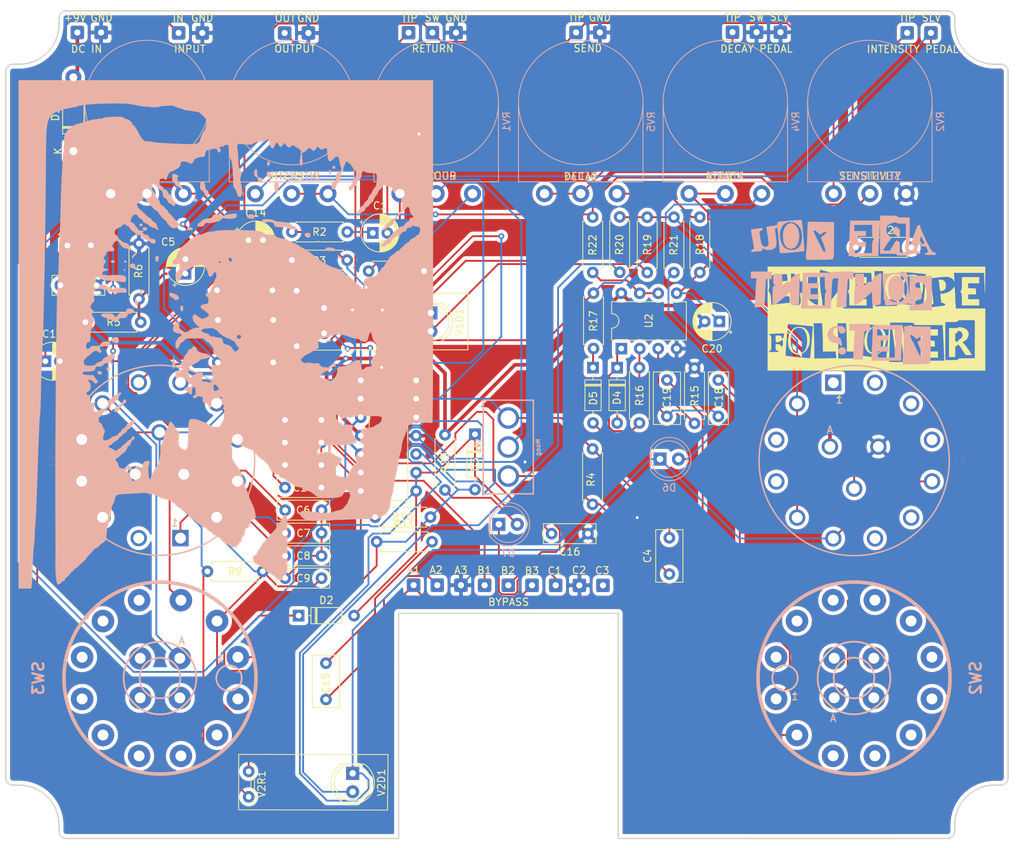
<source format=kicad_pcb>
(kicad_pcb (version 20171130) (host pcbnew 5.1.6)
  (title_block (title EnvelopeFollower) (date 2020-09-20) (rev V2.0) (company Content))
  (layers (0 F.Cu signal) (31 B.Cu signal) (34 B.Paste user) (35 F.Paste user) (36 B.SilkS user) (37 F.SilkS user) (38 B.Mask user) (39 F.Mask user) (44 Edge.Cuts user))
  (net 0 "")
  (net 1 "Net-(C1-Pad2)")
  (net 2 "Net-(C1-Pad1)")
  (net 3 GND)
  (net 4 +9V)
  (net 5 "Net-(C4-Pad2)")
  (net 6 "Net-(C4-Pad1)")
  (net 7 VCC)
  (net 8 /Range1)
  (net 9 "Net-(C6-Pad2)")
  (net 10 /Range2)
  (net 11 /Range3)
  (net 12 /Mode2)
  (net 13 /Range5)
  (net 14 /Mode1)
  (net 15 /Range6)
  (net 16 /Range7)
  (net 17 /Range8)
  (net 18 "Net-(C14-Pad2)")
  (net 19 "Net-(C14-Pad1)")
  (net 20 "Net-(C15-Pad1)")
  (net 21 "Net-(C15-Pad2)")
  (net 22 "Net-(C17-Pad1)")
  (net 23 "Net-(C17-Pad2)")
  (net 24 /BAND1)
  (net 25 "Net-(C18-Pad2)")
  (net 26 /BAND2)
  (net 27 "Net-(C20-Pad1)")
  (net 28 +9VA)
  (net 29 "Net-(D2-Pad1)")
  (net 30 "Net-(D4-Pad1)")
  (net 31 "Net-(D5-Pad1)")
  (net 32 "Net-(D6-Pad2)")
  (net 33 /UD6)
  (net 34 "Net-(D7-Pad1)")
  (net 35 "Net-(D7-Pad2)")
  (net 36 "Net-(J10-Pad1)")
  (net 37 "Net-(J14-Pad1)")
  (net 38 "Net-(J15-Pad1)")
  (net 39 "Net-(J18-Pad1)")
  (net 40 /UDB)
  (net 41 "Net-(J22-Pad1)")
  (net 42 "Net-(J25-Pad1)")
  (net 43 "Net-(R1-Pad1)")
  (net 44 /Mode3)
  (net 45 "Net-(R8-Pad2)")
  (net 46 /BANDA)
  (net 47 "Net-(R12-Pad1)")
  (net 48 "Net-(R15-Pad2)")
  (net 49 "Net-(R17-Pad2)")
  (net 50 "Net-(R18-Pad2)")
  (net 51 /UD2)
  (net 52 "Net-(R19-Pad2)")
  (net 53 "Net-(R20-Pad2)")
  (net 54 "Net-(R22-Pad1)")
  (net 55 "Net-(RV1-Pad2)")
  (net 56 /ModeA)
  (net 57 "Net-(S1-PadC)")
  (net 58 "Net-(S1-Pad12)")
  (net 59 "Net-(S1-Pad11)")
  (net 60 "Net-(S1-Pad10)")
  (net 61 "Net-(S1-Pad9)")
  (net 62 "Net-(S2-Pad1)")
  (net 63 "Net-(S2-Pad3)")
  (net 64 "Net-(S2-Pad4)")
  (net 65 "Net-(S2-Pad7)")
  (net 66 "Net-(S2-Pad8)")
  (net 67 "Net-(S2-Pad10)")
  (net 68 "Net-(S2-Pad11)")
  (net 69 "Net-(S2-Pad12)")
  (net 70 "Net-(SW2-Pad16)")
  (net 71 "Net-(SW2-Pad15)")
  (net 72 "Net-(SW2-Pad14)")
  (net 73 "Net-(SW2-Pad12)")
  (net 74 "Net-(SW2-Pad11)")
  (net 75 "Net-(SW2-Pad10)")
  (net 76 "Net-(SW2-Pad9)")
  (net 77 "Net-(SW2-Pad8)")
  (net 78 "Net-(SW2-Pad7)")
  (net 79 "Net-(SW2-Pad6)")
  (net 80 "Net-(SW2-Pad5)")
  (net 81 "Net-(SW2-Pad4)")
  (net 82 "Net-(SW2-Pad3)")
  (net 83 "Net-(SW3-Pad4)")
  (net 84 "Net-(SW3-Pad5)")
  (net 85 "Net-(SW3-Pad6)")
  (net 86 "Net-(SW3-Pad7)")
  (net 87 "Net-(SW3-Pad8)")
  (net 88 "Net-(SW3-Pad9)")
  (net 89 "Net-(SW3-Pad10)")
  (net 90 "Net-(SW3-Pad11)")
  (net 91 "Net-(SW3-Pad12)")
  (net 92 "Net-(SW3-Pad14)")
  (net 93 "Net-(SW3-Pad15)")
  (net 94 "Net-(SW3-Pad16)")
  (module MyLibrary:Content (layer B.Cu) (at 177.97526 77.4573 180)
    (fp_text reference G*** hide)
    (fp_text value LOGO hide)
  )
  (module MyLibrary:PunkImage (layer B.Cu) (at 93.31198 82.84972 180)
    (fp_text reference G*** hide)
    (fp_text value LOGO hide)
  )
  (module MyLibrary:EnvelopeFollower (layer F.Cu) (at 182.88762 80.67802)
    (fp_text reference G*** hide)
    (fp_text value LOGO hide)
  )
  (module MyLibrary:CP_Radial_D5.0mm_PWideForPower (layer F.Cu) (at 71.9963 70.6247)
    (fp_text reference C2 (at 1 -3.75) (layer F.SilkS))
    (fp_text value 47u)
    (pad 1 thru_hole rect (at -0.48006 0.0254) (size 1.6 1.6) (drill 0.8) (layers *.Cu *.Mask) (net 4 +9V))
    (pad 2 thru_hole circle (at 2.7432 -0.00762) (size 1.6 1.6) (drill 0.8) (layers *.Cu *.Mask) (net 3 GND))
  )
  (module Resistor_THT:R_Axial_DIN0207_L6.3mm_D2.5mm_P7.62mm_Horizontal (layer F.Cu) (at 155.0035 66.74866 270)
    (fp_text reference R21 (at 3.81762 0.0127 90) (layer F.SilkS))
    (fp_text value 330r)
    (pad 1 thru_hole circle (at 0 0 270) (size 1.6 1.6) (drill 0.8) (layers *.Cu *.Mask) (net 51 /UD2))
    (pad 2 thru_hole oval (at 7.62 0 270) (size 1.6 1.6) (drill 0.8) (layers *.Cu *.Mask) (net 32 "Net-(D6-Pad2)"))
  )
  (module Capacitor_THT:CP_Radial_D5.0mm_P2.00mm (layer F.Cu) (at 113.5507 68.91782)
    (fp_text reference C1 (at 1 -3.75) (layer F.SilkS))
    (fp_text value 10u)
    (pad 2 thru_hole circle (at 2 0) (size 1.6 1.6) (drill 0.8) (layers *.Cu *.Mask) (net 1 "Net-(C1-Pad2)"))
    (pad 1 thru_hole rect (at 0 0) (size 1.6 1.6) (drill 0.8) (layers *.Cu *.Mask) (net 2 "Net-(C1-Pad1)"))
  )
  (module Capacitor_THT:C_Rect_L7.0mm_W2.5mm_P5.00mm (layer F.Cu) (at 70.52818 76.1238)
    (fp_text reference C3 (at 2.49174 0) (layer F.SilkS))
    (fp_text value 22n)
    (pad 2 thru_hole circle (at 5 0) (size 1.6 1.6) (drill 0.8) (layers *.Cu *.Mask) (net 3 GND))
    (pad 1 thru_hole circle (at 0 0) (size 1.6 1.6) (drill 0.8) (layers *.Cu *.Mask) (net 4 +9V))
  )
  (module Capacitor_THT:C_Rect_L7.0mm_W3.5mm_P5.00mm (layer F.Cu) (at 154.37358 115.91036 90)
    (fp_text reference C4 (at 2.5 -3 90) (layer F.SilkS))
    (fp_text value 470n)
    (pad 2 thru_hole circle (at 5 0 90) (size 1.6 1.6) (drill 0.8) (layers *.Cu *.Mask) (net 5 "Net-(C4-Pad2)"))
    (pad 1 thru_hole circle (at 0 0 90) (size 1.6 1.6) (drill 0.8) (layers *.Cu *.Mask) (net 6 "Net-(C4-Pad1)"))
  )
  (module Capacitor_THT:CP_Radial_D5.0mm_P2.00mm (layer F.Cu) (at 87.757 74.53122 90)
    (fp_text reference C5 (at 4.37388 -2.3749 180) (layer F.SilkS))
    (fp_text value 47u)
    (pad 1 thru_hole rect (at 0 0 90) (size 1.6 1.6) (drill 0.8) (layers *.Cu *.Mask) (net 7 VCC))
    (pad 2 thru_hole circle (at 2 0 90) (size 1.6 1.6) (drill 0.8) (layers *.Cu *.Mask) (net 3 GND))
  )
  (module Capacitor_THT:C_Rect_L7.0mm_W2.5mm_P5.00mm (layer F.Cu) (at 101.49332 107.10672)
    (fp_text reference C6 (at 2.47396 0) (layer F.SilkS))
    (fp_text value 15n)
    (pad 1 thru_hole circle (at 0 0) (size 1.6 1.6) (drill 0.8) (layers *.Cu *.Mask) (net 8 /Range1))
    (pad 2 thru_hole circle (at 5 0) (size 1.6 1.6) (drill 0.8) (layers *.Cu *.Mask) (net 9 "Net-(C6-Pad2)"))
  )
  (module Capacitor_THT:C_Rect_L7.0mm_W2.5mm_P5.00mm (layer F.Cu) (at 101.49586 110.26648)
    (fp_text reference C7 (at 2.51714 0.01524) (layer F.SilkS))
    (fp_text value 6n8)
    (pad 2 thru_hole circle (at 5 0) (size 1.6 1.6) (drill 0.8) (layers *.Cu *.Mask) (net 9 "Net-(C6-Pad2)"))
    (pad 1 thru_hole circle (at 0 0) (size 1.6 1.6) (drill 0.8) (layers *.Cu *.Mask) (net 10 /Range2))
  )
  (module Capacitor_THT:C_Rect_L7.0mm_W2.5mm_P5.00mm (layer F.Cu) (at 101.4984 113.39576)
    (fp_text reference C8 (at 2.50444 0.00762) (layer F.SilkS))
    (fp_text value 3n3)
    (pad 1 thru_hole circle (at 0 0) (size 1.6 1.6) (drill 0.8) (layers *.Cu *.Mask) (net 11 /Range3))
    (pad 2 thru_hole circle (at 5 0) (size 1.6 1.6) (drill 0.8) (layers *.Cu *.Mask) (net 9 "Net-(C6-Pad2)"))
  )
  (module Capacitor_THT:C_Rect_L7.0mm_W2.5mm_P5.00mm (layer F.Cu) (at 106.49458 116.4717 180)
    (fp_text reference C9 (at 2.49428 -0.02794) (layer F.SilkS))
    (fp_text value 2n2)
    (pad 2 thru_hole circle (at 5 0 180) (size 1.6 1.6) (drill 0.8) (layers *.Cu *.Mask) (net 9 "Net-(C6-Pad2)"))
    (pad 1 thru_hole circle (at 0 0 180) (size 1.6 1.6) (drill 0.8) (layers *.Cu *.Mask) (net 12 /Mode2))
  )
  (module Capacitor_THT:C_Rect_L7.0mm_W2.5mm_P5.00mm (layer F.Cu) (at 106.47172 103.9876 180)
    (fp_text reference C10 (at 2.48666 -0.03302) (layer F.SilkS))
    (fp_text value 15n)
    (pad 2 thru_hole circle (at 5 0 180) (size 1.6 1.6) (drill 0.8) (layers *.Cu *.Mask) (net 13 /Range5))
    (pad 1 thru_hole circle (at 0 0 180) (size 1.6 1.6) (drill 0.8) (layers *.Cu *.Mask) (net 14 /Mode1))
  )
  (module Capacitor_THT:C_Rect_L7.0mm_W2.5mm_P5.00mm (layer F.Cu) (at 106.46664 100.88372 180)
    (fp_text reference C11 (at 2.48666 -0.0381) (layer F.SilkS))
    (fp_text value 6n8)
    (pad 1 thru_hole circle (at 0 0 180) (size 1.6 1.6) (drill 0.8) (layers *.Cu *.Mask) (net 14 /Mode1))
    (pad 2 thru_hole circle (at 5 0 180) (size 1.6 1.6) (drill 0.8) (layers *.Cu *.Mask) (net 15 /Range6))
  )
  (module Capacitor_THT:C_Rect_L7.0mm_W2.5mm_P5.00mm (layer F.Cu) (at 106.45648 97.78492 180)
    (fp_text reference C12 (at 2.48412 -0.0127) (layer F.SilkS))
    (fp_text value 3n3)
    (pad 2 thru_hole circle (at 5 0 180) (size 1.6 1.6) (drill 0.8) (layers *.Cu *.Mask) (net 16 /Range7))
    (pad 1 thru_hole circle (at 0 0 180) (size 1.6 1.6) (drill 0.8) (layers *.Cu *.Mask) (net 14 /Mode1))
  )
  (module Capacitor_THT:C_Rect_L7.0mm_W2.5mm_P5.00mm (layer F.Cu) (at 101.46792 94.68612)
    (fp_text reference C13 (at 2.5273 -0.03556) (layer F.SilkS))
    (fp_text value 2n2)
    (pad 1 thru_hole circle (at 0 0) (size 1.6 1.6) (drill 0.8) (layers *.Cu *.Mask) (net 14 /Mode1))
    (pad 2 thru_hole circle (at 5 0) (size 1.6 1.6) (drill 0.8) (layers *.Cu *.Mask) (net 17 /Range8))
  )
  (module Capacitor_THT:CP_Radial_D5.0mm_P2.00mm (layer F.Cu) (at 96.44126 69.9008)
    (fp_text reference C14 (at 1 -3.75) (layer F.SilkS))
    (fp_text value 10u)
    (pad 2 thru_hole circle (at 2 0) (size 1.6 1.6) (drill 0.8) (layers *.Cu *.Mask) (net 18 "Net-(C14-Pad2)"))
    (pad 1 thru_hole rect (at 0 0) (size 1.6 1.6) (drill 0.8) (layers *.Cu *.Mask) (net 19 "Net-(C14-Pad1)"))
  )
  (module Capacitor_THT:C_Rect_L7.0mm_W3.5mm_P5.00mm (layer F.Cu) (at 107.10418 133.17728 90)
    (fp_text reference C15 (at 2.21742 0 90) (layer F.SilkS))
    (fp_text value 470n)
    (pad 1 thru_hole circle (at 0 0 90) (size 1.6 1.6) (drill 0.8) (layers *.Cu *.Mask) (net 20 "Net-(C15-Pad1)"))
    (pad 2 thru_hole circle (at 5 0 90) (size 1.6 1.6) (drill 0.8) (layers *.Cu *.Mask) (net 21 "Net-(C15-Pad2)"))
  )
  (module Capacitor_THT:C_Rect_L7.0mm_W2.5mm_P5.00mm (layer F.Cu) (at 143.1671 110.34268 180)
    (fp_text reference C16 (at 2.5 -2.5) (layer F.SilkS))
    (fp_text value 2n2)
    (pad 1 thru_hole circle (at 0 0 180) (size 1.6 1.6) (drill 0.8) (layers *.Cu *.Mask) (net 3 GND))
    (pad 2 thru_hole circle (at 5 0 180) (size 1.6 1.6) (drill 0.8) (layers *.Cu *.Mask) (net 19 "Net-(C14-Pad1)"))
  )
  (module Capacitor_THT:CP_Radial_D5.0mm_P2.00mm (layer F.Cu) (at 68.47586 86.58352)
    (fp_text reference C17 (at 1 -3.75) (layer F.SilkS))
    (fp_text value 10u)
    (pad 1 thru_hole rect (at 0 0) (size 1.6 1.6) (drill 0.8) (layers *.Cu *.Mask) (net 22 "Net-(C17-Pad1)"))
    (pad 2 thru_hole circle (at 2 0) (size 1.6 1.6) (drill 0.8) (layers *.Cu *.Mask) (net 23 "Net-(C17-Pad2)"))
  )
  (module Capacitor_THT:C_Rect_L7.0mm_W2.5mm_P5.00mm (layer F.Cu) (at 161.12236 89.18194 270)
    (fp_text reference C18 (at 2.44602 -0.0889 90) (layer F.SilkS))
    (fp_text value 22n)
    (pad 1 thru_hole circle (at 0 0 270) (size 1.6 1.6) (drill 0.8) (layers *.Cu *.Mask) (net 24 /BAND1))
    (pad 2 thru_hole circle (at 5 0 270) (size 1.6 1.6) (drill 0.8) (layers *.Cu *.Mask) (net 25 "Net-(C18-Pad2)"))
  )
  (module Capacitor_THT:C_Rect_L7.0mm_W3.5mm_P5.00mm (layer F.Cu) (at 154.04592 89.18194 270)
    (fp_text reference C19 (at 2.44602 0 90) (layer F.SilkS))
    (fp_text value 470n)
    (pad 1 thru_hole circle (at 0 0 270) (size 1.6 1.6) (drill 0.8) (layers *.Cu *.Mask) (net 26 /BAND2))
    (pad 2 thru_hole circle (at 5 0 270) (size 1.6 1.6) (drill 0.8) (layers *.Cu *.Mask) (net 25 "Net-(C18-Pad2)"))
  )
  (module Capacitor_THT:CP_Radial_D5.0mm_P2.00mm (layer F.Cu) (at 161.25292 81.11744 180)
    (fp_text reference C20 (at 1 -3.75) (layer F.SilkS))
    (fp_text value 10u)
    (pad 1 thru_hole rect (at 0 0 180) (size 1.6 1.6) (drill 0.8) (layers *.Cu *.Mask) (net 27 "Net-(C20-Pad1)"))
    (pad 2 thru_hole circle (at 2 0 180) (size 1.6 1.6) (drill 0.8) (layers *.Cu *.Mask) (net 3 GND))
  )
  (module Diode_THT:D_DO-41_SOD81_P10.16mm_Horizontal (layer F.Cu) (at 72.32904 57.64022 90)
    (fp_text reference D1 (at 5.08 -2.47 90) (layer F.SilkS))
    (fp_text value 1N4001)
    (fp_text user K (at 0 -2.1 90) (layer F.SilkS))
    (pad 1 thru_hole rect (at 0 0 90) (size 2.2 2.2) (drill 1.1) (layers *.Cu *.Mask) (net 4 +9V))
    (pad 2 thru_hole oval (at 10.16 0 90) (size 2.2 2.2) (drill 1.1) (layers *.Cu *.Mask) (net 28 +9VA))
  )
  (module Diode_THT:D_DO-35_SOD27_P7.62mm_Horizontal (layer F.Cu) (at 103.34752 121.63044)
    (fp_text reference D2 (at 3.81 -2.12) (layer F.SilkS))
    (fp_text value 1N4148)
    (pad 2 thru_hole oval (at 7.62 0) (size 1.6 1.6) (drill 0.8) (layers *.Cu *.Mask) (net 19 "Net-(C14-Pad1)"))
    (pad 1 thru_hole rect (at 0 0) (size 1.6 1.6) (drill 0.8) (layers *.Cu *.Mask) (net 29 "Net-(D2-Pad1)"))
  )
  (module Diode_THT:D_DO-35_SOD27_P7.62mm_Horizontal (layer F.Cu) (at 127.61468 96.65208 270)
    (fp_text reference D3 (at 4.15036 0 90) (layer F.SilkS))
    (fp_text value 1N4148)
    (pad 1 thru_hole rect (at 0 0 270) (size 1.6 1.6) (drill 0.8) (layers *.Cu *.Mask) (net 19 "Net-(C14-Pad1)"))
    (pad 2 thru_hole oval (at 7.62 0 270) (size 1.6 1.6) (drill 0.8) (layers *.Cu *.Mask) (net 29 "Net-(D2-Pad1)"))
  )
  (module Diode_THT:D_DO-35_SOD27_P7.62mm_Horizontal (layer F.Cu) (at 147.193 87.47506 270)
    (fp_text reference D4 (at 4.14528 0.0254 90) (layer F.SilkS))
    (fp_text value 1N4148)
    (pad 1 thru_hole rect (at 0 0 270) (size 1.6 1.6) (drill 0.8) (layers *.Cu *.Mask) (net 30 "Net-(D4-Pad1)"))
    (pad 2 thru_hole oval (at 7.62 0 270) (size 1.6 1.6) (drill 0.8) (layers *.Cu *.Mask) (net 25 "Net-(C18-Pad2)"))
  )
  (module Diode_THT:D_DO-35_SOD27_P7.62mm_Horizontal (layer F.Cu) (at 143.87068 87.46998 270)
    (fp_text reference D5 (at 4.22402 -0.03556 90) (layer F.SilkS))
    (fp_text value 1N4148)
    (pad 2 thru_hole oval (at 7.62 0 270) (size 1.6 1.6) (drill 0.8) (layers *.Cu *.Mask) (net 30 "Net-(D4-Pad1)"))
    (pad 1 thru_hole rect (at 0 0 270) (size 1.6 1.6) (drill 0.8) (layers *.Cu *.Mask) (net 31 "Net-(D5-Pad1)"))
  )
  (module LED_THT:LED_D5.0mm (layer B.Cu) (at 153.09088 100.0633)
    (fp_text reference D6 (at 1.27 3.96) (layer B.SilkS) (effects (justify mirror)))
    (fp_text value LED)
    (pad 2 thru_hole circle (at 2.54 0) (size 1.8 1.8) (drill 0.9) (layers *.Cu *.Mask) (net 32 "Net-(D6-Pad2)"))
    (pad 1 thru_hole rect (at 0 0) (size 1.8 1.8) (drill 0.9) (layers *.Cu *.Mask) (net 33 /UD6))
  )
  (module LED_THT:LED_D5.0mm (layer B.Cu) (at 130.90144 109.04474)
    (fp_text reference D7 (at 1.27 3.96) (layer B.SilkS) (effects (justify mirror)))
    (fp_text value LED)
    (pad 1 thru_hole rect (at 0 0) (size 1.8 1.8) (drill 0.9) (layers *.Cu *.Mask) (net 34 "Net-(D7-Pad1)"))
    (pad 2 thru_hole circle (at 2.54 0) (size 1.8 1.8) (drill 0.9) (layers *.Cu *.Mask) (net 35 "Net-(D7-Pad2)"))
  )
  (module Connector_Wire:SolderWire-0.25sqmm_1x01_D0.65mm_OD1.7mm (layer F.Cu) (at 118.47576 41.33088)
    (fp_text reference J1 hide)
    (fp_text value RTip)
    (pad 1 thru_hole roundrect (at 0 0) (size 1.85 1.85) (drill 0.85) (layers *.Cu *.Mask) (roundrect_rratio 0.135135) (net 1 "Net-(C1-Pad2)"))
  )
  (module Connector_Wire:SolderWire-0.25sqmm_1x01_D0.65mm_OD1.7mm (layer F.Cu) (at 125.68428 117.43944)
    (fp_text reference J2 hide)
    (fp_text value 1A3)
    (pad 1 thru_hole roundrect (at 0 0) (size 1.85 1.85) (drill 0.85) (layers *.Cu *.Mask) (roundrect_rratio 0.135135) (net 3 GND))
  )
  (module Connector_Wire:SolderWire-0.25sqmm_1x01_D0.65mm_OD1.7mm (layer F.Cu) (at 72.88022 41.30294)
    (fp_text reference J3 hide)
    (fp_text value +9v)
    (pad 1 thru_hole roundrect (at 0 0) (size 1.85 1.85) (drill 0.85) (layers *.Cu *.Mask) (roundrect_rratio 0.135135) (net 28 +9VA))
  )
  (module Connector_Wire:SolderWire-0.25sqmm_1x01_D0.65mm_OD1.7mm (layer F.Cu) (at 76.1492 41.30548)
    (fp_text reference J4 hide)
    (fp_text value GND)
    (pad 1 thru_hole roundrect (at 0 0) (size 1.85 1.85) (drill 0.85) (layers *.Cu *.Mask) (roundrect_rratio 0.135135) (net 3 GND))
  )
  (module Connector_Wire:SolderWire-0.25sqmm_1x01_D0.65mm_OD1.7mm (layer F.Cu) (at 141.53642 41.30294)
    (fp_text reference J5 hide)
    (fp_text value SEND)
    (pad 1 thru_hole roundrect (at 0 0) (size 1.85 1.85) (drill 0.85) (layers *.Cu *.Mask) (roundrect_rratio 0.135135) (net 18 "Net-(C14-Pad2)"))
  )
  (module Connector_Wire:SolderWire-0.25sqmm_1x01_D0.65mm_OD1.7mm (layer F.Cu) (at 121.75236 41.32834)
    (fp_text reference J6 hide)
    (fp_text value RSLV)
    (pad 1 thru_hole roundrect (at 0 0) (size 1.85 1.85) (drill 0.85) (layers *.Cu *.Mask) (roundrect_rratio 0.135135) (net 18 "Net-(C14-Pad2)"))
  )
  (module Connector_Wire:SolderWire-0.25sqmm_1x01_D0.65mm_OD1.7mm (layer F.Cu) (at 125.00356 41.33088)
    (fp_text reference J7 hide)
    (fp_text value GND)
    (pad 1 thru_hole roundrect (at 0 0) (size 1.85 1.85) (drill 0.85) (layers *.Cu *.Mask) (roundrect_rratio 0.135135) (net 3 GND))
  )
  (module Connector_Wire:SolderWire-0.25sqmm_1x01_D0.65mm_OD1.7mm (layer F.Cu) (at 144.81302 41.30294)
    (fp_text reference J8 hide)
    (fp_text value GND)
    (pad 1 thru_hole roundrect (at 0 0) (size 1.85 1.85) (drill 0.85) (layers *.Cu *.Mask) (roundrect_rratio 0.135135) (net 3 GND))
  )
  (module Connector_Wire:SolderWire-0.25sqmm_1x01_D0.65mm_OD1.7mm (layer F.Cu) (at 122.42292 117.43436)
    (fp_text reference J9 hide)
    (fp_text value 1A2)
    (pad 1 thru_hole roundrect (at 0 0) (size 1.85 1.85) (drill 0.85) (layers *.Cu *.Mask) (roundrect_rratio 0.135135) (net 20 "Net-(C15-Pad1)"))
  )
  (module Connector_Wire:SolderWire-0.25sqmm_1x01_D0.65mm_OD1.7mm (layer F.Cu) (at 86.81974 41.36644)
    (fp_text reference J10 hide)
    (fp_text value IN)
    (pad 1 thru_hole roundrect (at 0 0) (size 1.85 1.85) (drill 0.85) (layers *.Cu *.Mask) (roundrect_rratio 0.135135) (net 36 "Net-(J10-Pad1)"))
  )
  (module Connector_Wire:SolderWire-0.25sqmm_1x01_D0.65mm_OD1.7mm (layer F.Cu) (at 90.0811 41.36898)
    (fp_text reference J11 hide)
    (fp_text value GND)
    (pad 1 thru_hole roundrect (at 0 0) (size 1.85 1.85) (drill 0.85) (layers *.Cu *.Mask) (roundrect_rratio 0.135135) (net 3 GND))
  )
  (module Connector_Wire:SolderWire-0.25sqmm_1x01_D0.65mm_OD1.7mm (layer F.Cu) (at 104.68356 41.3766)
    (fp_text reference J12 hide)
    (fp_text value GND)
    (pad 1 thru_hole roundrect (at 0 0) (size 1.85 1.85) (drill 0.85) (layers *.Cu *.Mask) (roundrect_rratio 0.135135) (net 3 GND))
  )
  (module Connector_Wire:SolderWire-0.25sqmm_1x01_D0.65mm_OD1.7mm (layer F.Cu) (at 119.16664 117.42928)
    (fp_text reference J13 hide)
    (fp_text value 1A1)
    (pad 1 thru_hole roundrect (at 0 0) (size 1.85 1.85) (drill 0.85) (layers *.Cu *.Mask) (roundrect_rratio 0.135135) (net 36 "Net-(J10-Pad1)"))
  )
  (module Connector_Wire:SolderWire-0.25sqmm_1x01_D0.65mm_OD1.7mm (layer F.Cu) (at 101.41458 41.3766)
    (fp_text reference J14 hide)
    (fp_text value OUT)
    (pad 1 thru_hole roundrect (at 0 0) (size 1.85 1.85) (drill 0.85) (layers *.Cu *.Mask) (roundrect_rratio 0.135135) (net 37 "Net-(J14-Pad1)"))
  )
  (module Connector_Wire:SolderWire-0.25sqmm_1x01_D0.65mm_OD1.7mm (layer F.Cu) (at 163.068 41.2623)
    (fp_text reference J15 hide)
    (fp_text value DTIP)
    (pad 1 thru_hole roundrect (at 0 0) (size 1.85 1.85) (drill 0.85) (layers *.Cu *.Mask) (roundrect_rratio 0.135135) (net 38 "Net-(J15-Pad1)"))
  )
  (module Connector_Wire:SolderWire-0.25sqmm_1x01_D0.65mm_OD1.7mm (layer F.Cu) (at 166.37762 41.27246)
    (fp_text reference J16 hide)
    (fp_text value DSW)
    (pad 1 thru_hole roundrect (at 0 0) (size 1.85 1.85) (drill 0.85) (layers *.Cu *.Mask) (roundrect_rratio 0.135135) (net 3 GND))
  )
  (module Connector_Wire:SolderWire-0.25sqmm_1x01_D0.65mm_OD1.7mm (layer F.Cu) (at 169.67454 41.26738)
    (fp_text reference J17 hide)
    (fp_text value GND)
    (pad 1 thru_hole roundrect (at 0 0) (size 1.85 1.85) (drill 0.85) (layers *.Cu *.Mask) (roundrect_rratio 0.135135) (net 3 GND))
  )
  (module Connector_Wire:SolderWire-0.25sqmm_1x01_D0.65mm_OD1.7mm (layer F.Cu) (at 187.11672 41.35882)
    (fp_text reference J18 hide)
    (fp_text value ITIP)
    (pad 1 thru_hole roundrect (at 0 0) (size 1.85 1.85) (drill 0.85) (layers *.Cu *.Mask) (roundrect_rratio 0.135135) (net 39 "Net-(J18-Pad1)"))
  )
  (module Connector_Wire:SolderWire-0.25sqmm_1x01_D0.65mm_OD1.7mm (layer F.Cu) (at 190.38824 41.3639)
    (fp_text reference J19 hide)
    (fp_text value ISLV)
    (pad 1 thru_hole roundrect (at 0 0) (size 1.85 1.85) (drill 0.85) (layers *.Cu *.Mask) (roundrect_rratio 0.135135) (net 40 /UDB))
  )
  (module Connector_Wire:SolderWire-0.25sqmm_1x01_D0.65mm_OD1.7mm (layer F.Cu) (at 135.4709 117.4496)
    (fp_text reference J20 hide)
    (fp_text value 1B3)
    (pad 1 thru_hole roundrect (at 0 0) (size 1.85 1.85) (drill 0.85) (layers *.Cu *.Mask) (roundrect_rratio 0.135135) (net 36 "Net-(J10-Pad1)"))
  )
  (module Connector_Wire:SolderWire-0.25sqmm_1x01_D0.65mm_OD1.7mm (layer F.Cu) (at 132.207 117.44582)
    (fp_text reference J21 hide)
    (fp_text value 1B2)
    (pad 1 thru_hole roundrect (at 0 0) (size 1.85 1.85) (drill 0.85) (layers *.Cu *.Mask) (roundrect_rratio 0.135135) (net 37 "Net-(J14-Pad1)"))
  )
  (module Connector_Wire:SolderWire-0.25sqmm_1x01_D0.65mm_OD1.7mm (layer F.Cu) (at 128.9431 117.44452)
    (fp_text reference J22 hide)
    (fp_text value 1B1)
    (pad 1 thru_hole roundrect (at 0 0) (size 1.85 1.85) (drill 0.85) (layers *.Cu *.Mask) (roundrect_rratio 0.135135) (net 41 "Net-(J22-Pad1)"))
  )
  (module Connector_Wire:SolderWire-0.25sqmm_1x01_D0.65mm_OD1.7mm (layer F.Cu) (at 138.72972 117.45214)
    (fp_text reference J23 hide)
    (fp_text value 1C1)
    (pad 1 thru_hole roundrect (at 0 0) (size 1.85 1.85) (drill 0.85) (layers *.Cu *.Mask) (roundrect_rratio 0.135135) (net 34 "Net-(D7-Pad1)"))
  )
  (module Connector_Wire:SolderWire-0.25sqmm_1x01_D0.65mm_OD1.7mm (layer F.Cu) (at 141.98854 117.45722)
    (fp_text reference J24 hide)
    (fp_text value 1C2)
    (pad 1 thru_hole roundrect (at 0 0) (size 1.85 1.85) (drill 0.85) (layers *.Cu *.Mask) (roundrect_rratio 0.135135) (net 3 GND))
  )
  (module Connector_Wire:SolderWire-0.25sqmm_1x01_D0.65mm_OD1.7mm (layer F.Cu) (at 145.23974 117.45722)
    (fp_text reference J25 hide)
    (fp_text value 1C3)
    (pad 1 thru_hole roundrect (at 0 0) (size 1.85 1.85) (drill 0.85) (layers *.Cu *.Mask) (roundrect_rratio 0.135135) (net 42 "Net-(J25-Pad1)"))
  )
  (module Resistor_THT:R_Axial_DIN0207_L6.3mm_D2.5mm_P7.62mm_Horizontal (layer F.Cu) (at 112.98428 74.17308)
    (fp_text reference R1 (at 3.6703 -0.0508) (layer F.SilkS))
    (fp_text value 1k5)
    (pad 2 thru_hole oval (at 7.62 0) (size 1.6 1.6) (drill 0.8) (layers *.Cu *.Mask) (net 7 VCC))
    (pad 1 thru_hole circle (at 0 0) (size 1.6 1.6) (drill 0.8) (layers *.Cu *.Mask) (net 43 "Net-(R1-Pad1)"))
  )
  (module Resistor_THT:R_Axial_DIN0207_L6.3mm_D2.5mm_P7.62mm_Horizontal (layer F.Cu) (at 102.41026 68.7832)
    (fp_text reference R2 (at 3.80492 -0.00508) (layer F.SilkS))
    (fp_text value 10k)
    (pad 2 thru_hole oval (at 7.62 0) (size 1.6 1.6) (drill 0.8) (layers *.Cu *.Mask) (net 2 "Net-(C1-Pad1)"))
    (pad 1 thru_hole circle (at 0 0) (size 1.6 1.6) (drill 0.8) (layers *.Cu *.Mask) (net 5 "Net-(C4-Pad2)"))
  )
  (module Resistor_THT:R_Axial_DIN0207_L6.3mm_D2.5mm_P7.62mm_Horizontal (layer F.Cu) (at 102.40518 72.6567)
    (fp_text reference R3 (at 3.75666 0.08636) (layer F.SilkS))
    (fp_text value 10k)
    (pad 1 thru_hole circle (at 0 0) (size 1.6 1.6) (drill 0.8) (layers *.Cu *.Mask) (net 44 /Mode3))
    (pad 2 thru_hole oval (at 7.62 0) (size 1.6 1.6) (drill 0.8) (layers *.Cu *.Mask) (net 5 "Net-(C4-Pad2)"))
  )
  (module Resistor_THT:R_Axial_DIN0207_L6.3mm_D2.5mm_P7.62mm_Horizontal (layer F.Cu) (at 143.80718 106.29646 90)
    (fp_text reference R4 (at 3.39598 -0.22606 90) (layer F.SilkS))
    (fp_text value 100k)
    (pad 2 thru_hole oval (at 7.62 0 90) (size 1.6 1.6) (drill 0.8) (layers *.Cu *.Mask) (net 5 "Net-(C4-Pad2)"))
    (pad 1 thru_hole circle (at 0 0 90) (size 1.6 1.6) (drill 0.8) (layers *.Cu *.Mask) (net 6 "Net-(C4-Pad1)"))
  )
  (module Resistor_THT:R_Axial_DIN0207_L6.3mm_D2.5mm_P7.62mm_Horizontal (layer F.Cu) (at 73.98258 81.21142)
    (fp_text reference R5 (at 3.87858 0) (layer F.SilkS))
    (fp_text value 22k)
    (pad 1 thru_hole circle (at 0 0) (size 1.6 1.6) (drill 0.8) (layers *.Cu *.Mask) (net 4 +9V))
    (pad 2 thru_hole oval (at 7.62 0) (size 1.6 1.6) (drill 0.8) (layers *.Cu *.Mask) (net 7 VCC))
  )
  (module Resistor_THT:R_Axial_DIN0207_L6.3mm_D2.5mm_P7.62mm_Horizontal (layer F.Cu) (at 81.36128 78.00594 90)
    (fp_text reference R6 (at 3.83032 -0.0508 90) (layer F.SilkS))
    (fp_text value 22k)
    (pad 1 thru_hole circle (at 0 0 90) (size 1.6 1.6) (drill 0.8) (layers *.Cu *.Mask) (net 7 VCC))
    (pad 2 thru_hole oval (at 7.62 0 90) (size 1.6 1.6) (drill 0.8) (layers *.Cu *.Mask) (net 3 GND))
  )
  (module Resistor_THT:R_Axial_DIN0207_L6.3mm_D2.5mm_P7.62mm_Horizontal (layer F.Cu) (at 103.07828 84.50834 90)
    (fp_text reference R7 (at 3.8227 0 90) (layer F.SilkS))
    (fp_text value 220k)
    (pad 2 thru_hole oval (at 7.62 0 90) (size 1.6 1.6) (drill 0.8) (layers *.Cu *.Mask) (net 44 /Mode3))
    (pad 1 thru_hole circle (at 0 0 90) (size 1.6 1.6) (drill 0.8) (layers *.Cu *.Mask) (net 9 "Net-(C6-Pad2)"))
  )
  (module Resistor_THT:R_Axial_DIN0207_L6.3mm_D2.5mm_P7.62mm_Horizontal (layer F.Cu) (at 99.83978 86.74608 180)
    (fp_text reference R8 (at 3.82778 0.0127) (layer F.SilkS))
    (fp_text value 10k)
    (pad 1 thru_hole circle (at 0 0 180) (size 1.6 1.6) (drill 0.8) (layers *.Cu *.Mask) (net 14 /Mode1))
    (pad 2 thru_hole oval (at 7.62 0 180) (size 1.6 1.6) (drill 0.8) (layers *.Cu *.Mask) (net 45 "Net-(R8-Pad2)"))
  )
  (module Resistor_THT:R_Axial_DIN0207_L6.3mm_D2.5mm_P7.62mm_Horizontal (layer F.Cu) (at 90.78468 115.53698)
    (fp_text reference R9 (at 3.81254 0.01524) (layer F.SilkS))
    (fp_text value 120k)
    (pad 2 thru_hole oval (at 7.62 0) (size 1.6 1.6) (drill 0.8) (layers *.Cu *.Mask) (net 12 /Mode2))
    (pad 1 thru_hole circle (at 0 0) (size 1.6 1.6) (drill 0.8) (layers *.Cu *.Mask) (net 17 /Range8))
  )
  (module Resistor_THT:R_Axial_DIN0207_L6.3mm_D2.5mm_P7.62mm_Horizontal (layer F.Cu) (at 121.49074 108.06176 180)
    (fp_text reference R10 (at 3.80238 0.04318) (layer F.SilkS))
    (fp_text value 1M8)
    (pad 2 thru_hole oval (at 7.62 0 180) (size 1.6 1.6) (drill 0.8) (layers *.Cu *.Mask) (net 7 VCC))
    (pad 1 thru_hole circle (at 0 0 180) (size 1.6 1.6) (drill 0.8) (layers *.Cu *.Mask) (net 29 "Net-(D2-Pad1)"))
  )
  (module Resistor_THT:R_Axial_DIN0207_L6.3mm_D2.5mm_P7.62mm_Horizontal (layer F.Cu) (at 114.0841 111.45012)
    (fp_text reference R11 (at 3.81 -2.37) (layer F.SilkS))
    (fp_text value 1k5)
    (pad 2 thru_hole oval (at 7.62 0) (size 1.6 1.6) (drill 0.8) (layers *.Cu *.Mask) (net 21 "Net-(C15-Pad2)"))
    (pad 1 thru_hole circle (at 0 0) (size 1.6 1.6) (drill 0.8) (layers *.Cu *.Mask) (net 29 "Net-(D2-Pad1)"))
  )
  (module Resistor_THT:R_Axial_DIN0207_L6.3mm_D2.5mm_P7.62mm_Horizontal (layer F.Cu) (at 180.05806 70.9041)
    (fp_text reference R12 (at 3.81 -2.37) (layer F.SilkS))
    (fp_text value 4k7)
    (pad 2 thru_hole oval (at 7.62 0) (size 1.6 1.6) (drill 0.8) (layers *.Cu *.Mask) (net 46 /BANDA))
    (pad 1 thru_hole circle (at 0 0) (size 1.6 1.6) (drill 0.8) (layers *.Cu *.Mask) (net 47 "Net-(R12-Pad1)"))
  )
  (module Resistor_THT:R_Axial_DIN0207_L6.3mm_D2.5mm_P7.62mm_Horizontal (layer F.Cu) (at 99.8474 80.90408 180)
    (fp_text reference R13 (at 3.71094 0) (layer F.SilkS))
    (fp_text value 100k)
    (pad 1 thru_hole circle (at 0 0 180) (size 1.6 1.6) (drill 0.8) (layers *.Cu *.Mask) (net 23 "Net-(C17-Pad2)"))
    (pad 2 thru_hole oval (at 7.62 0 180) (size 1.6 1.6) (drill 0.8) (layers *.Cu *.Mask) (net 3 GND))
  )
  (module Resistor_THT:R_Axial_DIN0207_L6.3mm_D2.5mm_P7.62mm_Horizontal (layer F.Cu) (at 99.72294 76.81468 180)
    (fp_text reference R14 (at 3.83794 0) (layer F.SilkS))
    (fp_text value 330r)
    (pad 2 thru_hole oval (at 7.62 0 180) (size 1.6 1.6) (drill 0.8) (layers *.Cu *.Mask) (net 23 "Net-(C17-Pad2)"))
    (pad 1 thru_hole circle (at 0 0 180) (size 1.6 1.6) (drill 0.8) (layers *.Cu *.Mask) (net 41 "Net-(J22-Pad1)"))
  )
  (module Resistor_THT:R_Axial_DIN0207_L6.3mm_D2.5mm_P7.62mm_Horizontal (layer F.Cu) (at 157.83814 87.52586 270)
    (fp_text reference R15 (at 3.8354 -0.03556 90) (layer F.SilkS))
    (fp_text value 22k)
    (pad 2 thru_hole oval (at 7.62 0 270) (size 1.6 1.6) (drill 0.8) (layers *.Cu *.Mask) (net 48 "Net-(R15-Pad2)"))
    (pad 1 thru_hole circle (at 0 0 270) (size 1.6 1.6) (drill 0.8) (layers *.Cu *.Mask) (net 3 GND))
  )
  (module Resistor_THT:R_Axial_DIN0207_L6.3mm_D2.5mm_P7.62mm_Horizontal (layer F.Cu) (at 150.25624 87.47506 270)
    (fp_text reference R16 (at 3.8354 -0.02286 90) (layer F.SilkS))
    (fp_text value 1M8)
    (pad 1 thru_hole circle (at 0 0 270) (size 1.6 1.6) (drill 0.8) (layers *.Cu *.Mask) (net 25 "Net-(C18-Pad2)"))
    (pad 2 thru_hole oval (at 7.62 0 270) (size 1.6 1.6) (drill 0.8) (layers *.Cu *.Mask) (net 30 "Net-(D4-Pad1)"))
  )
  (module Resistor_THT:R_Axial_DIN0207_L6.3mm_D2.5mm_P7.62mm_Horizontal (layer F.Cu) (at 143.93418 84.83346 90)
    (fp_text reference R17 (at 3.78714 -0.02032 90) (layer F.SilkS))
    (fp_text value 100r)
    (pad 2 thru_hole oval (at 7.62 0 90) (size 1.6 1.6) (drill 0.8) (layers *.Cu *.Mask) (net 49 "Net-(R17-Pad2)"))
    (pad 1 thru_hole circle (at 0 0 90) (size 1.6 1.6) (drill 0.8) (layers *.Cu *.Mask) (net 31 "Net-(D5-Pad1)"))
  )
  (module Resistor_THT:R_Axial_DIN0207_L6.3mm_D2.5mm_P7.62mm_Horizontal (layer F.Cu) (at 158.5722 74.35596 90)
    (fp_text reference R18 (at 3.84048 0.01524 90) (layer F.SilkS))
    (fp_text value 1k5)
    (pad 1 thru_hole circle (at 0 0 90) (size 1.6 1.6) (drill 0.8) (layers *.Cu *.Mask) (net 27 "Net-(C20-Pad1)"))
    (pad 2 thru_hole oval (at 7.62 0 90) (size 1.6 1.6) (drill 0.8) (layers *.Cu *.Mask) (net 50 "Net-(R18-Pad2)"))
  )
  (module Resistor_THT:R_Axial_DIN0207_L6.3mm_D2.5mm_P7.62mm_Horizontal (layer F.Cu) (at 151.32812 66.74866 270)
    (fp_text reference R19 (at 3.79222 -0.03048 90) (layer F.SilkS))
    (fp_text value 100r)
    (pad 1 thru_hole circle (at 0 0 270) (size 1.6 1.6) (drill 0.8) (layers *.Cu *.Mask) (net 51 /UD2))
    (pad 2 thru_hole oval (at 7.62 0 270) (size 1.6 1.6) (drill 0.8) (layers *.Cu *.Mask) (net 52 "Net-(R19-Pad2)"))
  )
  (module Resistor_THT:R_Axial_DIN0207_L6.3mm_D2.5mm_P7.62mm_Horizontal (layer F.Cu) (at 147.54098 66.71056 270)
    (fp_text reference R20 (at 3.81762 0.03048 90) (layer F.SilkS))
    (fp_text value 100r)
    (pad 1 thru_hole circle (at 0 0 270) (size 1.6 1.6) (drill 0.8) (layers *.Cu *.Mask) (net 51 /UD2))
    (pad 2 thru_hole oval (at 7.62 0 270) (size 1.6 1.6) (drill 0.8) (layers *.Cu *.Mask) (net 53 "Net-(R20-Pad2)"))
  )
  (module Resistor_THT:R_Axial_DIN0207_L6.3mm_D2.5mm_P7.62mm_Horizontal (layer F.Cu) (at 143.83004 74.35596 90)
    (fp_text reference R22 (at 3.77444 0 90) (layer F.SilkS))
    (fp_text value 330r)
    (pad 1 thru_hole circle (at 0 0 90) (size 1.6 1.6) (drill 0.8) (layers *.Cu *.Mask) (net 54 "Net-(R22-Pad1)"))
    (pad 2 thru_hole oval (at 7.62 0 90) (size 1.6 1.6) (drill 0.8) (layers *.Cu *.Mask) (net 39 "Net-(J18-Pad1)"))
  )
  (module Resistor_THT:R_Axial_DIN0207_L6.3mm_D2.5mm_P7.62mm_Horizontal (layer F.Cu) (at 123.48972 104.33304 90)
    (fp_text reference R23 (at 3.75666 0 90) (layer F.SilkS))
    (fp_text value 2k2)
    (pad 1 thru_hole circle (at 0 0 90) (size 1.6 1.6) (drill 0.8) (layers *.Cu *.Mask) (net 35 "Net-(D7-Pad2)"))
    (pad 2 thru_hole oval (at 7.62 0 90) (size 1.6 1.6) (drill 0.8) (layers *.Cu *.Mask) (net 4 +9V))
  )
  (module Potentiometer_THT:Potentiometer_Omeg_PC16BU_Vertical (layer B.Cu) (at 117.2767 63.50508 90)
    (fp_text reference RV1 (at 9.915 14.7 90) (layer B.SilkS) (effects (justify mirror)))
    (fp_text value "COLOUR B100k")
    (pad 1 thru_hole circle (at 0 0 90) (size 2.34 2.34) (drill 1.3) (layers *.Cu *.Mask) (net 43 "Net-(R1-Pad1)"))
    (pad 2 thru_hole circle (at 0 5 90) (size 2.34 2.34) (drill 1.3) (layers *.Cu *.Mask) (net 55 "Net-(RV1-Pad2)"))
    (pad 3 thru_hole circle (at 0 10 90) (size 2.34 2.34) (drill 1.3) (layers *.Cu *.Mask) (net 12 /Mode2))
  )
  (module Potentiometer_THT:Potentiometer_Omeg_PC16BU_Vertical (layer B.Cu) (at 176.98194 63.49746 90)
    (fp_text reference RV2 (at 9.915 14.7 270) (layer B.SilkS) (effects (justify mirror)))
    (fp_text value "SENSITIVITY B10k")
    (pad 3 thru_hole circle (at 0 10 90) (size 2.34 2.34) (drill 1.3) (layers *.Cu *.Mask) (net 3 GND))
    (pad 2 thru_hole circle (at 0 5 90) (size 2.34 2.34) (drill 1.3) (layers *.Cu *.Mask) (net 47 "Net-(R12-Pad1)"))
    (pad 1 thru_hole circle (at 0 0 90) (size 2.34 2.34) (drill 1.3) (layers *.Cu *.Mask) (net 18 "Net-(C14-Pad2)"))
  )
  (module Potentiometer_THT:Potentiometer_Omeg_PC16BU_Vertical (layer B.Cu) (at 77.47 63.5 90)
    (fp_text reference RV3 (at 9.915 14.7 270) (layer B.SilkS) (effects (justify mirror)))
    (fp_text value "BLEND B10k")
    (pad 1 thru_hole circle (at 0 0 90) (size 2.34 2.34) (drill 1.3) (layers *.Cu *.Mask) (net 56 /ModeA))
    (pad 2 thru_hole circle (at 0 5 90) (size 2.34 2.34) (drill 1.3) (layers *.Cu *.Mask) (net 22 "Net-(C17-Pad1)"))
    (pad 3 thru_hole circle (at 0 10 90) (size 2.34 2.34) (drill 1.3) (layers *.Cu *.Mask) (net 19 "Net-(C14-Pad1)"))
  )
  (module Potentiometer_THT:Potentiometer_Omeg_PC16BU_Vertical (layer B.Cu) (at 157.08612 63.50254 90)
    (fp_text reference RV4 (at 9.915 14.7 90) (layer B.SilkS) (effects (justify mirror)))
    (fp_text value "ATTACK B5K")
    (pad 3 thru_hole circle (at 0 10 90) (size 2.34 2.34) (drill 1.3) (layers *.Cu *.Mask) (net 49 "Net-(R17-Pad2)"))
    (pad 2 thru_hole circle (at 0 5 90) (size 2.34 2.34) (drill 1.3) (layers *.Cu *.Mask) (net 27 "Net-(C20-Pad1)"))
    (pad 1 thru_hole circle (at 0 0 90) (size 2.34 2.34) (drill 1.3) (layers *.Cu *.Mask) (net 27 "Net-(C20-Pad1)"))
  )
  (module Potentiometer_THT:Potentiometer_Omeg_PC16BU_Vertical (layer B.Cu) (at 137.18014 63.50254 90)
    (fp_text reference RV5 (at 9.915 14.7 90) (layer B.SilkS) (effects (justify mirror)))
    (fp_text value "DECAY A100K")
    (pad 1 thru_hole circle (at 0 0 90) (size 2.34 2.34) (drill 1.3) (layers *.Cu *.Mask) (net 38 "Net-(J15-Pad1)"))
    (pad 2 thru_hole circle (at 0 5 90) (size 2.34 2.34) (drill 1.3) (layers *.Cu *.Mask) (net 38 "Net-(J15-Pad1)"))
    (pad 3 thru_hole circle (at 0 10 90) (size 2.34 2.34) (drill 1.3) (layers *.Cu *.Mask) (net 50 "Net-(R18-Pad2)"))
  )
  (module Potentiometer_THT:Potentiometer_Omeg_PC16BU_Vertical (layer B.Cu) (at 97.37326 63.51524 90)
    (fp_text reference RV6 (at 9.915 14.7 90) (layer B.SilkS) (effects (justify mirror)))
    (fp_text value "INTENSITY B1K")
    (pad 3 thru_hole circle (at 0 10 90) (size 2.34 2.34) (drill 1.3) (layers *.Cu *.Mask) (net 39 "Net-(J18-Pad1)"))
    (pad 2 thru_hole circle (at 0 5 90) (size 2.34 2.34) (drill 1.3) (layers *.Cu *.Mask) (net 39 "Net-(J18-Pad1)"))
    (pad 1 thru_hole circle (at 0 0 90) (size 2.34 2.34) (drill 1.3) (layers *.Cu *.Mask) (net 40 /UDB))
  )
  (module MyLibrary:3p4tRotary (layer B.Cu) (at 84.201 100.23596 270)
    (fp_text reference S1 (at 0.175235 14.653925 90) (layer B.SilkS) (effects (font (size 1.001299 1.001299) (thickness 0.015)) (justify mirror)))
    (fp_text value RANGE)
    (pad C thru_hole circle (at 1.925 3.334 270) (size 2.25 2.25) (drill 1.5) (layers *.Cu *.Mask) (net 57 "Net-(S1-PadC)"))
    (pad B thru_hole circle (at -3.85 0 270) (size 2.25 2.25) (drill 1.5) (layers *.Cu *.Mask) (net 17 /Range8))
    (pad A thru_hole circle (at 1.925 -3.334 270) (size 2.25 2.25) (drill 1.5) (layers *.Cu *.Mask) (net 12 /Mode2))
    (pad 12 thru_hole circle (at 10.72 2.87 270) (size 2.25 2.25) (drill 1.5) (layers *.Cu *.Mask) (net 58 "Net-(S1-Pad12)"))
    (pad 11 thru_hole circle (at 7.85 7.85 270) (size 2.25 2.25) (drill 1.5) (layers *.Cu *.Mask) (net 59 "Net-(S1-Pad11)"))
    (pad 10 thru_hole circle (at 2.87 10.72 270) (size 2.25 2.25) (drill 1.5) (layers *.Cu *.Mask) (net 60 "Net-(S1-Pad10)"))
    (pad 9 thru_hole circle (at -2.87 10.72 270) (size 2.25 2.25) (drill 1.5) (layers *.Cu *.Mask) (net 61 "Net-(S1-Pad9)"))
    (pad 8 thru_hole circle (at -7.85 7.85 270) (size 2.25 2.25) (drill 1.5) (layers *.Cu *.Mask) (net 17 /Range8))
    (pad 7 thru_hole circle (at -10.72 2.87 270) (size 2.25 2.25) (drill 1.5) (layers *.Cu *.Mask) (net 16 /Range7))
    (pad 6 thru_hole circle (at -10.72 -2.87 270) (size 2.25 2.25) (drill 1.5) (layers *.Cu *.Mask) (net 15 /Range6))
    (pad 5 thru_hole circle (at -7.85 -7.85 270) (size 2.25 2.25) (drill 1.5) (layers *.Cu *.Mask) (net 13 /Range5))
    (pad 4 thru_hole circle (at -2.87 -10.72 270) (size 2.25 2.25) (drill 1.5) (layers *.Cu *.Mask) (net 12 /Mode2))
    (pad 3 thru_hole circle (at 2.87 -10.72 270) (size 2.25 2.25) (drill 1.5) (layers *.Cu *.Mask) (net 11 /Range3))
    (pad 2 thru_hole circle (at 7.85 -7.85 270) (size 2.25 2.25) (drill 1.5) (layers *.Cu *.Mask) (net 10 /Range2))
    (pad 1 thru_hole rect (at 10.72 -2.87 270) (size 2.25 2.25) (drill 1.5) (layers *.Cu *.Mask) (net 8 /Range1))
  )
  (module MyLibrary:3p4tRotary (layer B.Cu) (at 179.8193 100.2766 90)
    (fp_text reference S2 (at 0.175235 14.653925 90) (layer B.SilkS) (effects (font (size 1.001299 1.001299) (thickness 0.015)) (justify mirror)))
    (fp_text value UP/DOWN)
    (pad 1 thru_hole rect (at 10.72 -2.87 90) (size 2.25 2.25) (drill 1.5) (layers *.Cu *.Mask) (net 62 "Net-(S2-Pad1)"))
    (pad 2 thru_hole circle (at 7.85 -7.85 90) (size 2.25 2.25) (drill 1.5) (layers *.Cu *.Mask) (net 51 /UD2))
    (pad 3 thru_hole circle (at 2.87 -10.72 90) (size 2.25 2.25) (drill 1.5) (layers *.Cu *.Mask) (net 63 "Net-(S2-Pad3)"))
    (pad 4 thru_hole circle (at -2.87 -10.72 90) (size 2.25 2.25) (drill 1.5) (layers *.Cu *.Mask) (net 64 "Net-(S2-Pad4)"))
    (pad 5 thru_hole circle (at -7.85 -7.85 90) (size 2.25 2.25) (drill 1.5) (layers *.Cu *.Mask) (net 51 /UD2))
    (pad 6 thru_hole circle (at -10.72 -2.87 90) (size 2.25 2.25) (drill 1.5) (layers *.Cu *.Mask) (net 33 /UD6))
    (pad 7 thru_hole circle (at -10.72 2.87 90) (size 2.25 2.25) (drill 1.5) (layers *.Cu *.Mask) (net 65 "Net-(S2-Pad7)"))
    (pad 8 thru_hole circle (at -7.85 7.85 90) (size 2.25 2.25) (drill 1.5) (layers *.Cu *.Mask) (net 66 "Net-(S2-Pad8)"))
    (pad 9 thru_hole circle (at -2.87 10.72 90) (size 2.25 2.25) (drill 1.5) (layers *.Cu *.Mask) (net 33 /UD6))
    (pad 10 thru_hole circle (at 2.87 10.72 90) (size 2.25 2.25) (drill 1.5) (layers *.Cu *.Mask) (net 67 "Net-(S2-Pad10)"))
    (pad 11 thru_hole circle (at 7.85 7.85 90) (size 2.25 2.25) (drill 1.5) (layers *.Cu *.Mask) (net 68 "Net-(S2-Pad11)"))
    (pad 12 thru_hole circle (at 10.72 2.87 90) (size 2.25 2.25) (drill 1.5) (layers *.Cu *.Mask) (net 69 "Net-(S2-Pad12)"))
    (pad A thru_hole circle (at 1.925 -3.334 90) (size 2.25 2.25) (drill 1.5) (layers *.Cu *.Mask) (net 4 +9V))
    (pad B thru_hole circle (at -3.85 0 90) (size 2.25 2.25) (drill 1.5) (layers *.Cu *.Mask) (net 40 /UDB))
    (pad C thru_hole circle (at 1.925 3.334 90) (size 2.25 2.25) (drill 1.5) (layers *.Cu *.Mask) (net 3 GND))
  )
  (module MyLibrary:LORINCK1049 (layer B.Cu) (at 179.79926 130.22326 90)
    (fp_text reference SW2 (at 0 16.74876 90) (layer B.SilkS) (effects (font (size 1.524 1.524) (thickness 0.3048)) (justify mirror)))
    (fp_text value BANDWIDTH hide)
    (pad 16 thru_hole circle (at 2.72542 -2.72542 90) (size 3.0988 3.0988) (drill 1.50114) (layers *.Cu *.Mask) (net 70 "Net-(SW2-Pad16)"))
    (pad 15 thru_hole circle (at 2.72542 2.72542 90) (size 3.0988 3.0988) (drill 1.50114) (layers *.Cu *.Mask) (net 71 "Net-(SW2-Pad15)"))
    (pad 14 thru_hole circle (at -2.72542 2.72542 90) (size 3.0988 3.0988) (drill 1.50114) (layers *.Cu *.Mask) (net 72 "Net-(SW2-Pad14)"))
    (pad 13 thru_hole circle (at -2.72542 -2.72542 90) (size 3.0988 3.0988) (drill 1.50114) (layers *.Cu *.Mask) (net 46 /BANDA))
    (pad 12 thru_hole circle (at 2.87528 -10.72388 90) (size 3.0988 3.0988) (drill 1.50114) (layers *.Cu *.Mask) (net 73 "Net-(SW2-Pad12)"))
    (pad 11 thru_hole circle (at 7.85114 -7.85114 90) (size 3.0988 3.0988) (drill 1.50114) (layers *.Cu *.Mask) (net 74 "Net-(SW2-Pad11)"))
    (pad 10 thru_hole circle (at 10.72388 -2.87528 90) (size 3.0988 3.0988) (drill 1.50114) (layers *.Cu *.Mask) (net 75 "Net-(SW2-Pad10)"))
    (pad 9 thru_hole circle (at 10.72388 2.87528 90) (size 3.0988 3.0988) (drill 1.50114) (layers *.Cu *.Mask) (net 76 "Net-(SW2-Pad9)"))
    (pad 8 thru_hole circle (at 7.85114 7.85114 90) (size 3.0988 3.0988) (drill 1.50114) (layers *.Cu *.Mask) (net 77 "Net-(SW2-Pad8)"))
    (pad 7 thru_hole circle (at 2.87528 10.72388 90) (size 3.0988 3.0988) (drill 1.50114) (layers *.Cu *.Mask) (net 78 "Net-(SW2-Pad7)"))
    (pad 6 thru_hole circle (at -2.87528 10.72388 90) (size 3.0988 3.0988) (drill 1.50114) (layers *.Cu *.Mask) (net 79 "Net-(SW2-Pad6)"))
    (pad 5 thru_hole circle (at -7.85114 7.85114 90) (size 3.0988 3.0988) (drill 1.50114) (layers *.Cu *.Mask) (net 80 "Net-(SW2-Pad5)"))
    (pad 4 thru_hole circle (at -10.72388 2.87528 90) (size 3.0988 3.0988) (drill 1.50114) (layers *.Cu *.Mask) (net 81 "Net-(SW2-Pad4)"))
    (pad 3 thru_hole circle (at -10.72388 -2.87528 90) (size 3.0988 3.0988) (drill 1.50114) (layers *.Cu *.Mask) (net 82 "Net-(SW2-Pad3)"))
    (pad 2 thru_hole circle (at -7.85114 -7.85114 90) (size 3.0988 3.0988) (drill 1.50114) (layers *.Cu *.Mask) (net 26 /BAND2))
    (pad 1 thru_hole circle (at -2.87528 -10.72388 90) (size 3.0988 3.0988) (drill 1.50114) (layers *.Cu *.Mask) (net 24 /BAND1))
  )
  (module MyLibrary:LORINCK1049 (layer B.Cu) (at 84.25688 130.23088 270)
    (fp_text reference SW3 (at 0 16.74876 90) (layer B.SilkS) (effects (font (size 1.524 1.524) (thickness 0.3048)) (justify mirror)))
    (fp_text value MODE hide)
    (pad 1 thru_hole circle (at -2.87528 -10.72388 270) (size 3.0988 3.0988) (drill 1.50114) (layers *.Cu *.Mask) (net 14 /Mode1))
    (pad 2 thru_hole circle (at -7.85114 -7.85114 270) (size 3.0988 3.0988) (drill 1.50114) (layers *.Cu *.Mask) (net 12 /Mode2))
    (pad 3 thru_hole circle (at -10.72388 -2.87528 270) (size 3.0988 3.0988) (drill 1.50114) (layers *.Cu *.Mask) (net 44 /Mode3))
    (pad 4 thru_hole circle (at -10.72388 2.87528 270) (size 3.0988 3.0988) (drill 1.50114) (layers *.Cu *.Mask) (net 83 "Net-(SW3-Pad4)"))
    (pad 5 thru_hole circle (at -7.85114 7.85114 270) (size 3.0988 3.0988) (drill 1.50114) (layers *.Cu *.Mask) (net 84 "Net-(SW3-Pad5)"))
    (pad 6 thru_hole circle (at -2.87528 10.72388 270) (size 3.0988 3.0988) (drill 1.50114) (layers *.Cu *.Mask) (net 85 "Net-(SW3-Pad6)"))
    (pad 7 thru_hole circle (at 2.87528 10.72388 270) (size 3.0988 3.0988) (drill 1.50114) (layers *.Cu *.Mask) (net 86 "Net-(SW3-Pad7)"))
    (pad 8 thru_hole circle (at 7.85114 7.85114 270) (size 3.0988 3.0988) (drill 1.50114) (layers *.Cu *.Mask) (net 87 "Net-(SW3-Pad8)"))
    (pad 9 thru_hole circle (at 10.72388 2.87528 270) (size 3.0988 3.0988) (drill 1.50114) (layers *.Cu *.Mask) (net 88 "Net-(SW3-Pad9)"))
    (pad 10 thru_hole circle (at 10.72388 -2.87528 270) (size 3.0988 3.0988) (drill 1.50114) (layers *.Cu *.Mask) (net 89 "Net-(SW3-Pad10)"))
    (pad 11 thru_hole circle (at 7.85114 -7.85114 270) (size 3.0988 3.0988) (drill 1.50114) (layers *.Cu *.Mask) (net 90 "Net-(SW3-Pad11)"))
    (pad 12 thru_hole circle (at 2.87528 -10.72388 270) (size 3.0988 3.0988) (drill 1.50114) (layers *.Cu *.Mask) (net 91 "Net-(SW3-Pad12)"))
    (pad 13 thru_hole circle (at -2.72542 -2.72542 270) (size 3.0988 3.0988) (drill 1.50114) (layers *.Cu *.Mask) (net 56 /ModeA))
    (pad 14 thru_hole circle (at -2.72542 2.72542 270) (size 3.0988 3.0988) (drill 1.50114) (layers *.Cu *.Mask) (net 92 "Net-(SW3-Pad14)"))
    (pad 15 thru_hole circle (at 2.72542 2.72542 270) (size 3.0988 3.0988) (drill 1.50114) (layers *.Cu *.Mask) (net 93 "Net-(SW3-Pad15)"))
    (pad 16 thru_hole circle (at 2.72542 -2.72542 270) (size 3.0988 3.0988) (drill 1.50114) (layers *.Cu *.Mask) (net 94 "Net-(SW3-Pad16)"))
  )
  (module Package_DIP:DIP-14_W7.62mm (layer F.Cu) (at 111.89716 89.22258)
    (fp_text reference U1 (at 3.80492 7.57428) (layer F.SilkS))
    (fp_text value TL074)
    (pad 1 thru_hole rect (at 0 0) (size 1.6 1.6) (drill 0.8) (layers *.Cu *.Mask) (net 12 /Mode2))
    (pad 8 thru_hole oval (at 7.62 15.24) (size 1.6 1.6) (drill 0.8) (layers *.Cu *.Mask) (net 19 "Net-(C14-Pad1)"))
    (pad 2 thru_hole oval (at 0 2.54) (size 1.6 1.6) (drill 0.8) (layers *.Cu *.Mask) (net 9 "Net-(C6-Pad2)"))
    (pad 9 thru_hole oval (at 7.62 12.7) (size 1.6 1.6) (drill 0.8) (layers *.Cu *.Mask) (net 19 "Net-(C14-Pad1)"))
    (pad 3 thru_hole oval (at 0 5.08) (size 1.6 1.6) (drill 0.8) (layers *.Cu *.Mask) (net 7 VCC))
    (pad 10 thru_hole oval (at 7.62 10.16) (size 1.6 1.6) (drill 0.8) (layers *.Cu *.Mask) (net 29 "Net-(D2-Pad1)"))
    (pad 4 thru_hole oval (at 0 7.62) (size 1.6 1.6) (drill 0.8) (layers *.Cu *.Mask) (net 4 +9V))
    (pad 11 thru_hole oval (at 7.62 7.62) (size 1.6 1.6) (drill 0.8) (layers *.Cu *.Mask) (net 3 GND))
    (pad 5 thru_hole oval (at 0 10.16) (size 1.6 1.6) (drill 0.8) (layers *.Cu *.Mask) (net 7 VCC))
    (pad 12 thru_hole oval (at 7.62 5.08) (size 1.6 1.6) (drill 0.8) (layers *.Cu *.Mask) (net 55 "Net-(RV1-Pad2)"))
    (pad 6 thru_hole oval (at 0 12.7) (size 1.6 1.6) (drill 0.8) (layers *.Cu *.Mask) (net 17 /Range8))
    (pad 13 thru_hole oval (at 7.62 2.54) (size 1.6 1.6) (drill 0.8) (layers *.Cu *.Mask) (net 5 "Net-(C4-Pad2)"))
    (pad 7 thru_hole oval (at 0 15.24) (size 1.6 1.6) (drill 0.8) (layers *.Cu *.Mask) (net 14 /Mode1))
    (pad 14 thru_hole oval (at 7.62 0) (size 1.6 1.6) (drill 0.8) (layers *.Cu *.Mask) (net 44 /Mode3))
  )
  (module Package_DIP:DIP-8_W7.62mm (layer F.Cu) (at 147.7645 84.84616 90)
    (fp_text reference U2 (at 3.82016 3.7973 90) (layer F.SilkS))
    (fp_text value LM1458)
    (pad 1 thru_hole rect (at 0 0 90) (size 1.6 1.6) (drill 0.8) (layers *.Cu *.Mask) (net 30 "Net-(D4-Pad1)"))
    (pad 5 thru_hole oval (at 7.62 7.62 90) (size 1.6 1.6) (drill 0.8) (layers *.Cu *.Mask) (net 27 "Net-(C20-Pad1)"))
    (pad 2 thru_hole oval (at 0 2.54 90) (size 1.6 1.6) (drill 0.8) (layers *.Cu *.Mask) (net 25 "Net-(C18-Pad2)"))
    (pad 6 thru_hole oval (at 7.62 5.08 90) (size 1.6 1.6) (drill 0.8) (layers *.Cu *.Mask) (net 54 "Net-(R22-Pad1)"))
    (pad 3 thru_hole oval (at 0 5.08 90) (size 1.6 1.6) (drill 0.8) (layers *.Cu *.Mask) (net 48 "Net-(R15-Pad2)"))
    (pad 7 thru_hole oval (at 7.62 2.54 90) (size 1.6 1.6) (drill 0.8) (layers *.Cu *.Mask) (net 54 "Net-(R22-Pad1)"))
    (pad 4 thru_hole oval (at 0 7.62 90) (size 1.6 1.6) (drill 0.8) (layers *.Cu *.Mask) (net 3 GND))
    (pad 8 thru_hole oval (at 7.62 0 90) (size 1.6 1.6) (drill 0.8) (layers *.Cu *.Mask) (net 4 +9V))
  )
  (module MyLibrary:LED_D5.0mm (layer F.Cu) (at 121.5517 79.92872 270)
    (fp_text reference V1D1 (at 1.27 -3.96 90) (layer F.SilkS))
    (fp_text value D_Photo)
    (pad 2 thru_hole circle (at 2.54 0 270) (size 1.8 1.8) (drill 0.9) (layers *.Cu *.Mask) (net 52 "Net-(R19-Pad2)"))
    (pad 1 thru_hole rect (at 0 0 270) (size 1.8 1.8) (drill 0.9) (layers *.Cu *.Mask) (net 33 /UD6))
  )
  (module MyLibrary:R_LDR_5.2x5.2mm_P3.5mm_Horizontal (layer F.Cu) (at 106.84764 79.248 270)
    (fp_text reference V1R1 (at 1.75 -1.79 90) (layer F.SilkS))
    (fp_text value D_LDR)
    (pad 1 thru_hole circle (at 0 0 270) (size 1.6 1.6) (drill 0.8) (layers *.Cu *.Mask) (net 44 /Mode3))
    (pad 2 thru_hole circle (at 3.5 0 270) (size 1.6 1.6) (drill 0.8) (layers *.Cu *.Mask) (net 9 "Net-(C6-Pad2)"))
  )
  (module MyLibrary:LED_D5.0mm (layer F.Cu) (at 110.77702 143.35506 270)
    (fp_text reference V2D1 (at 1.27 -3.96 90) (layer F.SilkS))
    (fp_text value D_Photo)
    (pad 1 thru_hole rect (at 0 0 270) (size 1.8 1.8) (drill 0.9) (layers *.Cu *.Mask) (net 33 /UD6))
    (pad 2 thru_hole circle (at 2.54 0 270) (size 1.8 1.8) (drill 0.9) (layers *.Cu *.Mask) (net 53 "Net-(R20-Pad2)"))
  )
  (module MyLibrary:R_LDR_5.2x5.2mm_P3.5mm_Horizontal (layer F.Cu) (at 96.46666 143.09344 270)
    (fp_text reference V2R1 (at 1.75 -1.79 90) (layer F.SilkS))
    (fp_text value D_LDR)
    (pad 2 thru_hole circle (at 3.5 0 270) (size 1.6 1.6) (drill 0.8) (layers *.Cu *.Mask) (net 17 /Range8))
    (pad 1 thru_hole circle (at 0 0 270) (size 1.6 1.6) (drill 0.8) (layers *.Cu *.Mask) (net 12 /Mode2))
  )
  (module MyLibrary:SWITCH_SPDT_PTH_12.9X6.9MM (layer B.Cu) (at 132.20446 98.4073)
    (fp_text reference SW1 (at -4.11226 -0.23622 -90) (layer B.SilkS) (effects (font (size 0.6096 0.6096) (thickness 0.127)) (justify mirror)))
    (fp_text value Moog (at 4.10464 0.04064 -90) (layer B.SilkS) (effects (font (size 0.6096 0.6096) (thickness 0.127)) (justify mirror)))
    (pad 3 thru_hole circle (at 0 -4) (size 2.9636 2.9636) (drill 2.1) (layers *.Cu *.Mask) (net 5 "Net-(C4-Pad2)"))
    (pad 2 thru_hole circle (at 0 0) (size 2.9636 2.9636) (drill 2.1) (layers *.Cu *.Mask) (net 45 "Net-(R8-Pad2)"))
    (pad 1 thru_hole circle (at 0 4) (size 2.9636 2.9636) (drill 2.1) (layers *.Cu *.Mask) (net 6 "Net-(C4-Pad1)"))
  )
  (gr_text 1 (at 171.66336 132.75564) (layer B.SilkS) (effects (font (size 1 1)) (justify mirror)))
  (gr_text 1 (at 171.66336 132.75564) (layer F.SilkS) (effects (font (size 1 1))))
  (gr_text A (at 176.93132 135.76046) (layer B.SilkS) (effects (font (size 1 1)) (justify mirror)))
  (gr_text A (at 176.92878 135.75538) (layer F.SilkS) (effects (font (size 1 1))))
  (gr_text 1 (at 177.75936 91.8972) (layer B.SilkS) (effects (font (size 1 1)) (justify mirror)))
  (gr_text 1 (at 177.7619 91.90228) (layer F.SilkS) (effects (font (size 1 1))))
  (gr_text A (at 176.49444 96.03232) (layer B.SilkS) (effects (font (size 1 1)) (justify mirror)))
  (gr_text A (at 176.48174 96.01708) (layer F.SilkS) (effects (font (size 1 1))))
  (gr_text 1 (at 92.56014 127.47498) (layer B.SilkS) (effects (font (size 1 1)) (justify mirror)))
  (gr_text 1 (at 92.56268 127.48006) (layer F.SilkS) (effects (font (size 1 1))))
  (gr_text A (at 87.249 125.07722) (layer B.SilkS) (effects (font (size 1 1)) (justify mirror)))
  (gr_text A (at 87.249 125.07722) (layer F.SilkS) (effects (font (size 1 1))))
  (gr_text A (at 87.5538 100.16744) (layer B.SilkS) (effects (font (size 1 1)) (justify mirror)))
  (gr_text A (at 87.5538 100.16744) (layer F.SilkS) (effects (font (size 1 1))))
  (gr_text 1 (at 86.26602 108.82884) (layer B.SilkS) (effects (font (size 1 1)) (justify mirror)))
  (gr_text 1 (at 86.29396 108.8009) (layer F.SilkS) (effects (font (size 1 1))))
  (gr_text BYPASS (at 132.24764 119.761) (layer F.SilkS) (effects (font (size 1 1))))
  (gr_text C3 (at 145.14322 115.4176) (layer F.SilkS) (effects (font (size 1 1))))
  (gr_text C2 (at 141.93774 115.38204) (layer F.SilkS) (effects (font (size 1 1))))
  (gr_text C1 (at 138.60018 115.45062) (layer F.SilkS) (effects (font (size 1 1))))
  (gr_text B3 (at 135.46582 115.45062) (layer F.SilkS) (effects (font (size 1 1))))
  (gr_text B2 (at 132.1562 115.41506) (layer F.SilkS) (effects (font (size 1 1))))
  (gr_text B1 (at 128.91516 115.3795) (layer F.SilkS) (effects (font (size 1 1))))
  (gr_text A3 (at 125.67666 115.3795) (layer F.SilkS) (effects (font (size 1 1))))
  (gr_text A2 (at 122.2629 115.34648) (layer F.SilkS) (effects (font (size 1 1))))
  (gr_text A1 (at 119.16156 115.3795) (layer F.SilkS) (effects (font (size 1 1))))
  (gr_text SENSITIVITY (at 181.99608 61.07684) (layer B.SilkS) (effects (font (size 1 1)) (justify mirror)))
  (gr_text ATTACK (at 162.00882 61.07684) (layer B.SilkS) (effects (font (size 1 1)) (justify mirror)))
  (gr_text DECAY (at 142.1892 61.12256) (layer B.SilkS) (effects (font (size 1 1)) (justify mirror)))
  (gr_text COLOUR (at 122.12574 61.06922) (layer B.SilkS) (effects (font (size 1 1)) (justify mirror)))
  (gr_text INTENSITY (at 102.66426 61.08954) (layer B.SilkS) (effects (font (size 1 1)) (justify mirror)))
  (gr_text BLEND (at 82.42808 60.92698) (layer B.SilkS) (effects (font (size 1 1)) (justify mirror)))
  (gr_text SENSITIVITY (at 181.99608 61.07684) (layer F.SilkS) (effects (font (size 1 1))))
  (gr_text ATTACK (at 162.00882 61.07684) (layer F.SilkS) (effects (font (size 1 1))))
  (gr_text DECAY (at 142.17142 61.13018) (layer F.SilkS) (effects (font (size 1 1))))
  (gr_text COLOUR (at 122.09018 61.05906) (layer F.SilkS) (effects (font (size 1 1))))
  (gr_text INTENSITY (at 102.6541 61.04636) (layer F.SilkS) (effects (font (size 1 1))))
  (gr_text BLEND (at 82.42808 60.92698) (layer F.SilkS) (effects (font (size 1 1))))
  (gr_text "INTENSITY PEDAL" (at 187.87364 43.60672) (layer F.SilkS) (effects (font (size 1 1))))
  (gr_text SLV (at 190.44412 39.28872) (layer F.SilkS) (effects (font (size 1 1))))
  (gr_text TIP (at 187.1345 39.28872) (layer F.SilkS) (effects (font (size 1 1))))
  (gr_text "DECAY PEDAL" (at 166.36492 43.55592) (layer F.SilkS) (effects (font (size 1 1))))
  (gr_text SLV (at 169.52976 39.17442) (layer F.SilkS) (effects (font (size 1 1))))
  (gr_text SW (at 166.3954 39.20236) (layer F.SilkS) (effects (font (size 1 1))))
  (gr_text TIP (at 163.11372 39.2303) (layer F.SilkS) (effects (font (size 1 1))))
  (gr_text SEND (at 143.15186 43.48988) (layer F.SilkS) (effects (font (size 1 1))))
  (gr_text GND (at 144.81556 39.24046) (layer F.SilkS) (effects (font (size 1 1))))
  (gr_text TIP (at 141.605 39.22268) (layer F.SilkS) (effects (font (size 1 1))))
  (gr_text RETURN (at 121.80062 43.53052) (layer F.SilkS) (effects (font (size 1 1))))
  (gr_text GND (at 125.05944 39.27856) (layer F.SilkS) (effects (font (size 1 1))))
  (gr_text SW (at 121.74982 39.26332) (layer F.SilkS) (effects (font (size 1 1))))
  (gr_text TIP (at 118.60784 39.32936) (layer F.SilkS) (effects (font (size 1 1))))
  (gr_text OUTPUT (at 102.83952 43.54322) (layer F.SilkS) (effects (font (size 1 1))))
  (gr_text GND (at 104.66832 39.33444) (layer F.SilkS) (effects (font (size 1 1))))
  (gr_text OUT (at 101.50348 39.33444) (layer F.SilkS) (effects (font (size 1 1))))
  (gr_text INPUT (at 88.3539 43.57878) (layer F.SilkS) (effects (font (size 1 1))))
  (gr_text GND (at 90.0684 39.3065) (layer F.SilkS) (effects (font (size 1 1))))
  (gr_text IN (at 86.76132 39.34714) (layer F.SilkS) (effects (font (size 1 1))))
  (gr_text "DC IN" (at 74.14514 43.58386) (layer F.SilkS) (effects (font (size 1 1))))
  (gr_text GND (at 76.20762 39.28618) (layer F.SilkS) (effects (font (size 1 1))))
  (gr_text +9V (at 72.55002 39.28618) (layer F.SilkS) (effects (font (size 1 1))))
  (gr_text V2.0 (at 189.03696 150.26132) (layer F.Cu) (effects (font (size 1.5 1.5) (thickness 0.3))))
  (gr_text "Content 2020" (at 156.91612 149.89302) (layer F.Cu) (effects (font (size 1.5 1.5) (thickness 0.3))))
  (gr_line (start 95.09506 140.74902) (end 115.63858 140.76172) (layer F.SilkS) (width 0.12))
  (gr_line (start 95.09506 141.22908) (end 95.09506 140.74902) (layer F.SilkS) (width 0.12))
  (gr_line (start 95.09506 141.5034) (end 95.09506 141.22908) (layer F.SilkS) (width 0.12))
  (gr_line (start 95.08236 148.3741) (end 95.09506 141.5034) (layer F.SilkS) (width 0.12))
  (gr_line (start 115.5827 148.42236) (end 95.08236 148.3741) (layer F.SilkS) (width 0.12))
  (gr_line (start 115.64874 140.76172) (end 115.5827 148.42236) (layer F.SilkS) (width 0.12))
  (gr_line (start 105.44302 85.05952) (end 105.42524 77.19822) (layer F.SilkS) (width 0.12))
  (gr_line (start 126.63678 85.0138) (end 105.44302 85.05952) (layer F.SilkS) (width 0.12))
  (gr_line (start 126.63678 77.2033) (end 126.63678 85.0138) (layer F.SilkS) (width 0.12))
  (gr_line (start 105.42524 77.19822) (end 126.63678 77.2033) (layer F.SilkS) (width 0.12))
  (gr_line (start 147.34794 152.32634) (end 192.662321 152.326793) (layer Edge.Cuts) (width 0.2))
  (gr_line (start 147.35302 121.31802) (end 147.34794 152.32634) (layer Edge.Cuts) (width 0.2))
  (gr_line (start 117.09908 121.31548) (end 117.10162 152.32634) (layer Edge.Cuts) (width 0.2))
  (gr_line (start 117.09908 121.31548) (end 147.35302 121.31802) (layer Edge.Cuts) (width 0.2))
  (gr_curve (pts (xy 69.943342 148.370586) (xy 70.218714 149.035528) (xy 70.361787 149.754898) (xy 70.361787 150.474908)) (layer Edge.Cuts) (width 0.2))
  (gr_curve (pts (xy 68.751655 146.586925) (xy 69.260513 147.095784) (xy 69.667969 147.705645) (xy 69.943342 148.370586)) (layer Edge.Cuts) (width 0.2))
  (gr_curve (pts (xy 66.967994 145.395239) (xy 67.632936 145.670611) (xy 68.242797 146.078067) (xy 68.751655 146.586925)) (layer Edge.Cuts) (width 0.2))
  (gr_curve (pts (xy 64.863672 144.976793) (xy 65.583683 144.976793) (xy 66.303053 145.119866) (xy 66.967994 145.395239)) (layer Edge.Cuts) (width 0.2))
  (gr_line (start 70.361787 150.474908) (end 70.361787 151.327136) (layer Edge.Cuts) (width 0.2))
  (gr_curve (pts (xy 70.97884 152.250712) (xy 71.099739 152.30078) (xy 71.230533 152.326793) (xy 71.361444 152.326793)) (layer Edge.Cuts) (width 0.2))
  (gr_curve (pts (xy 70.654538 152.034042) (xy 70.747058 152.126562) (xy 70.857942 152.200644) (xy 70.97884 152.250712)) (layer Edge.Cuts) (width 0.2))
  (gr_curve (pts (xy 70.437868 151.70974) (xy 70.487936 151.830638) (xy 70.562019 151.941522) (xy 70.654538 152.034042)) (layer Edge.Cuts) (width 0.2))
  (gr_curve (pts (xy 70.361787 151.327136) (xy 70.361787 151.458047) (xy 70.3878 151.588841) (xy 70.437868 151.70974)) (layer Edge.Cuts) (width 0.2))
  (gr_line (start 71.361444 152.326793) (end 117.10162 152.32634) (layer Edge.Cuts) (width 0.2))
  (gr_curve (pts (xy 193.585897 151.70974) (xy 193.635965 151.588841) (xy 193.661978 151.458047) (xy 193.661978 151.327136)) (layer Edge.Cuts) (width 0.2))
  (gr_curve (pts (xy 193.369227 152.034042) (xy 193.461746 151.941522) (xy 193.535829 151.830638) (xy 193.585897 151.70974)) (layer Edge.Cuts) (width 0.2))
  (gr_curve (pts (xy 193.044925 152.250712) (xy 193.165823 152.200644) (xy 193.276707 152.126562) (xy 193.369227 152.034042)) (layer Edge.Cuts) (width 0.2))
  (gr_curve (pts (xy 192.662321 152.326793) (xy 192.793232 152.326793) (xy 192.924026 152.30078) (xy 193.044925 152.250712)) (layer Edge.Cuts) (width 0.2))
  (gr_line (start 193.661978 151.327136) (end 193.661978 150.474908) (layer Edge.Cuts) (width 0.2))
  (gr_arc (start 199.160093 150.474908) (end 199.160093 144.976793) (angle -90) (layer Edge.Cuts) (width 0.2))
  (gr_line (start 199.160093 144.976793) (end 200.012321 144.976793) (layer Edge.Cuts) (width 0.2))
  (gr_curve (pts (xy 200.935897 144.35974) (xy 200.985965 144.238841) (xy 201.011978 144.108047) (xy 201.011978 143.977136)) (layer Edge.Cuts) (width 0.2))
  (gr_curve (pts (xy 200.719227 144.684042) (xy 200.811746 144.591522) (xy 200.885829 144.480638) (xy 200.935897 144.35974)) (layer Edge.Cuts) (width 0.2))
  (gr_curve (pts (xy 200.394925 144.900712) (xy 200.515823 144.850644) (xy 200.626707 144.776562) (xy 200.719227 144.684042)) (layer Edge.Cuts) (width 0.2))
  (gr_curve (pts (xy 200.012321 144.976793) (xy 200.143232 144.976793) (xy 200.274026 144.95078) (xy 200.394925 144.900712)) (layer Edge.Cuts) (width 0.2))
  (gr_line (start 201.011978 143.977136) (end 201.011978 46.67626) (layer Edge.Cuts) (width 0.2))
  (gr_curve (pts (xy 200.394925 45.752683) (xy 200.274026 45.702616) (xy 200.143232 45.676602) (xy 200.012321 45.676602)) (layer Edge.Cuts) (width 0.2))
  (gr_curve (pts (xy 200.719227 45.969354) (xy 200.626707 45.876834) (xy 200.515823 45.802751) (xy 200.394925 45.752683)) (layer Edge.Cuts) (width 0.2))
  (gr_curve (pts (xy 200.935897 46.293656) (xy 200.885829 46.172757) (xy 200.811746 46.061873) (xy 200.719227 45.969354)) (layer Edge.Cuts) (width 0.2))
  (gr_curve (pts (xy 201.011978 46.67626) (xy 201.011978 46.545349) (xy 200.985965 46.414554) (xy 200.935897 46.293656)) (layer Edge.Cuts) (width 0.2))
  (gr_line (start 200.012321 45.676602) (end 199.160093 45.676602) (layer Edge.Cuts) (width 0.2))
  (gr_curve (pts (xy 194.080423 42.282809) (xy 193.805051 41.617868) (xy 193.661978 40.898498) (xy 193.661978 40.178487)) (layer Edge.Cuts) (width 0.2))
  (gr_curve (pts (xy 195.27211 44.06647) (xy 194.763252 43.557612) (xy 194.355796 42.947751) (xy 194.080423 42.282809)) (layer Edge.Cuts) (width 0.2))
  (gr_curve (pts (xy 197.055771 45.258157) (xy 196.390829 44.982784) (xy 195.780968 44.575328) (xy 195.27211 44.06647)) (layer Edge.Cuts) (width 0.2))
  (gr_curve (pts (xy 199.160093 45.676602) (xy 198.440083 45.676602) (xy 197.720713 45.533529) (xy 197.055771 45.258157)) (layer Edge.Cuts) (width 0.2))
  (gr_line (start 193.661978 40.178487) (end 193.661978 39.32626) (layer Edge.Cuts) (width 0.2))
  (gr_curve (pts (xy 193.044925 38.402683) (xy 192.924026 38.352616) (xy 192.793232 38.326602) (xy 192.662321 38.326602)) (layer Edge.Cuts) (width 0.2))
  (gr_curve (pts (xy 193.369227 38.619354) (xy 193.276707 38.526834) (xy 193.165823 38.452751) (xy 193.044925 38.402683)) (layer Edge.Cuts) (width 0.2))
  (gr_curve (pts (xy 193.585897 38.943656) (xy 193.535829 38.822757) (xy 193.461746 38.711873) (xy 193.369227 38.619354)) (layer Edge.Cuts) (width 0.2))
  (gr_curve (pts (xy 193.661978 39.32626) (xy 193.661978 39.195349) (xy 193.635965 39.064554) (xy 193.585897 38.943656)) (layer Edge.Cuts) (width 0.2))
  (gr_line (start 192.662321 38.326602) (end 71.361444 38.326602) (layer Edge.Cuts) (width 0.2))
  (gr_curve (pts (xy 70.437868 38.943656) (xy 70.3878 39.064554) (xy 70.361787 39.195349) (xy 70.361787 39.32626)) (layer Edge.Cuts) (width 0.2))
  (gr_curve (pts (xy 70.654538 38.619354) (xy 70.562019 38.711873) (xy 70.487936 38.822757) (xy 70.437868 38.943656)) (layer Edge.Cuts) (width 0.2))
  (gr_curve (pts (xy 70.97884 38.402683) (xy 70.857942 38.452751) (xy 70.747058 38.526834) (xy 70.654538 38.619354)) (layer Edge.Cuts) (width 0.2))
  (gr_curve (pts (xy 71.361444 38.326602) (xy 71.230533 38.326602) (xy 71.099739 38.352616) (xy 70.97884 38.402683)) (layer Edge.Cuts) (width 0.2))
  (gr_line (start 70.361787 39.32626) (end 70.361787 40.178487) (layer Edge.Cuts) (width 0.2))
  (gr_curve (pts (xy 66.967994 45.258157) (xy 66.303053 45.533529) (xy 65.583683 45.676602) (xy 64.863672 45.676602)) (layer Edge.Cuts) (width 0.2))
  (gr_curve (pts (xy 68.751655 44.06647) (xy 68.242797 44.575328) (xy 67.632936 44.982784) (xy 66.967994 45.258157)) (layer Edge.Cuts) (width 0.2))
  (gr_curve (pts (xy 69.943342 42.282809) (xy 69.667969 42.947751) (xy 69.260513 43.557612) (xy 68.751655 44.06647)) (layer Edge.Cuts) (width 0.2))
  (gr_curve (pts (xy 70.361787 40.178487) (xy 70.361787 40.898498) (xy 70.218714 41.617868) (xy 69.943342 42.282809)) (layer Edge.Cuts) (width 0.2))
  (gr_line (start 64.863672 45.676602) (end 64.011444 45.676602) (layer Edge.Cuts) (width 0.2))
  (gr_curve (pts (xy 63.087868 46.293656) (xy 63.0378 46.414554) (xy 63.011787 46.545349) (xy 63.011787 46.67626)) (layer Edge.Cuts) (width 0.2))
  (gr_curve (pts (xy 63.304538 45.969354) (xy 63.212019 46.061873) (xy 63.137936 46.172757) (xy 63.087868 46.293656)) (layer Edge.Cuts) (width 0.2))
  (gr_curve (pts (xy 63.62884 45.752683) (xy 63.507942 45.802751) (xy 63.397058 45.876834) (xy 63.304538 45.969354)) (layer Edge.Cuts) (width 0.2))
  (gr_curve (pts (xy 64.011444 45.676602) (xy 63.880533 45.676602) (xy 63.749739 45.702616) (xy 63.62884 45.752683)) (layer Edge.Cuts) (width 0.2))
  (gr_line (start 63.011787 46.67626) (end 63.011787 143.977136) (layer Edge.Cuts) (width 0.2))
  (gr_curve (pts (xy 63.62884 144.900712) (xy 63.749739 144.95078) (xy 63.880533 144.976793) (xy 64.011444 144.976793)) (layer Edge.Cuts) (width 0.2))
  (gr_curve (pts (xy 63.304538 144.684042) (xy 63.397058 144.776562) (xy 63.507942 144.850644) (xy 63.62884 144.900712)) (layer Edge.Cuts) (width 0.2))
  (gr_curve (pts (xy 63.087868 144.35974) (xy 63.137936 144.480638) (xy 63.212019 144.591522) (xy 63.304538 144.684042)) (layer Edge.Cuts) (width 0.2))
  (gr_curve (pts (xy 63.011787 143.977136) (xy 63.011787 144.108047) (xy 63.0378 144.238841) (xy 63.087868 144.35974)) (layer Edge.Cuts) (width 0.2))
  (gr_line (start 64.011444 144.976793) (end 64.863672 144.976793) (layer Edge.Cuts) (width 0.2))
  (segment (start 115.5507 44.25594) (end 118.47576 41.33088) (width 0.25) (layer F.Cu) (net 1))
  (segment (start 115.5507 68.91782) (end 115.5507 44.25594) (width 0.25) (layer F.Cu) (net 1))
  (segment (start 113.41608 68.7832) (end 113.5507 68.91782) (width 0.25) (layer B.Cu) (net 2))
  (segment (start 110.03026 68.7832) (end 113.41608 68.7832) (width 0.25) (layer B.Cu) (net 2))
  (segment (start 125.68428 117.43944) (end 129.11836 114.00536) (width 0.25) (layer B.Cu) (net 3))
  (segment (start 129.11836 114.00536) (end 140.98524 114.00536) (width 0.25) (layer B.Cu) (net 3))
  (via (at 149.95398 108.1278) (size 0.8) (drill 0.4) (layers F.Cu B.Cu) (net 3))
  (segment (start 140.98524 114.00536) (end 144.07642 114.00536) (width 0.25) (layer B.Cu) (net 3))
  (segment (start 144.07642 114.00536) (end 149.95398 108.1278) (width 0.25) (layer B.Cu) (net 3))
  (segment (start 149.95398 108.1278) (end 142.28572 100.45954) (width 0.25) (layer F.Cu) (net 3))
  (via (at 134.51586 100.45954) (size 0.8) (drill 0.4) (layers F.Cu B.Cu) (net 3))
  (segment (start 142.28572 100.45954) (end 134.51586 100.45954) (width 0.25) (layer F.Cu) (net 3))
  (segment (start 123.13412 100.45954) (end 119.51716 96.84258) (width 0.25) (layer B.Cu) (net 3))
  (segment (start 134.51586 100.45954) (end 123.13412 100.45954) (width 0.25) (layer B.Cu) (net 3))
  (segment (start 70.52818 77.75702) (end 73.98258 81.21142) (width 0.5) (layer F.Cu) (net 4))
  (segment (start 70.52818 76.1238) (end 70.52818 77.75702) (width 0.5) (layer F.Cu) (net 4))
  (segment (start 176.4853 93.399818) (end 173.8503 90.764818) (width 0.5) (layer F.Cu) (net 4))
  (segment (start 176.4853 98.3516) (end 176.4853 93.399818) (width 0.5) (layer F.Cu) (net 4))
  (segment (start 173.8503 90.764818) (end 173.8503 86.26348) (width 0.5) (layer F.Cu) (net 4))
  (segment (start 173.8503 86.26348) (end 166.50716 78.92034) (width 0.5) (layer F.Cu) (net 4))
  (segment (start 149.45868 78.92034) (end 147.7645 77.22616) (width 0.5) (layer F.Cu) (net 4))
  (segment (start 166.50716 78.92034) (end 149.45868 78.92034) (width 0.5) (layer F.Cu) (net 4))
  (segment (start 147.7645 77.22616) (end 137.91438 87.07628) (width 0.5) (layer F.Cu) (net 4))
  (segment (start 134.240478 87.07628) (end 134.230318 87.08644) (width 0.5) (layer F.Cu) (net 4))
  (segment (start 137.91438 87.07628) (end 134.240478 87.07628) (width 0.5) (layer F.Cu) (net 4))
  (segment (start 133.11632 87.08644) (end 123.48972 96.71304) (width 0.5) (layer F.Cu) (net 4))
  (segment (start 134.230318 87.08644) (end 133.11632 87.08644) (width 0.5) (layer F.Cu) (net 4))
  (segment (start 123.48972 96.71304) (end 123.48972 88.23706) (width 0.5) (layer F.Cu) (net 4))
  (segment (start 123.48972 88.23706) (end 121.46534 86.21268) (width 0.5) (layer F.Cu) (net 4))
  (segment (start 109.48416 94.42958) (end 111.89716 96.84258) (width 0.5) (layer F.Cu) (net 4))
  (segment (start 121.46534 86.21268) (end 111.957058 86.21268) (width 0.5) (layer F.Cu) (net 4))
  (segment (start 70.52818 71.63816) (end 71.51624 70.6501) (width 0.5) (layer F.Cu) (net 4))
  (segment (start 70.52818 76.1238) (end 70.52818 71.63816) (width 0.5) (layer F.Cu) (net 4))
  (segment (start 71.51624 58.45302) (end 72.32904 57.64022) (width 0.5) (layer F.Cu) (net 4))
  (segment (start 71.51624 70.6501) (end 71.51624 58.45302) (width 0.5) (layer F.Cu) (net 4))
  (segment (start 109.48416 94.42958) (end 109.48416 91.56954) (width 0.5) (layer F.Cu) (net 4))
  (segment (start 109.48416 91.56954) (end 107.19562 89.281) (width 0.5) (layer F.Cu) (net 4))
  (segment (start 107.19562 89.281) (end 107.19562 86.69782) (width 0.5) (layer F.Cu) (net 4))
  (segment (start 107.19562 86.69782) (end 107.68076 86.21268) (width 0.5) (layer F.Cu) (net 4))
  (segment (start 107.743659 88.296081) (end 109.82706 86.21268) (width 0.5) (layer B.Cu) (net 4))
  (segment (start 84.37592 84.045878) (end 88.626123 88.296081) (width 0.5) (layer B.Cu) (net 4))
  (segment (start 109.82706 86.21268) (end 111.957058 86.21268) (width 0.5) (layer F.Cu) (net 4))
  (segment (start 88.626123 88.296081) (end 107.743659 88.296081) (width 0.5) (layer B.Cu) (net 4))
  (segment (start 107.68076 86.21268) (end 109.82706 86.21268) (width 0.5) (layer F.Cu) (net 4))
  (via (at 109.82706 86.21268) (size 0.8) (drill 0.4) (layers F.Cu B.Cu) (net 4))
  (segment (start 73.98258 81.21142) (end 76.817038 84.045878) (width 0.5) (layer B.Cu) (net 4))
  (segment (start 76.817038 84.045878) (end 84.37592 84.045878) (width 0.5) (layer B.Cu) (net 4))
  (segment (start 154.37358 109.24286) (end 143.80718 98.67646) (width 0.25) (layer F.Cu) (net 5))
  (segment (start 154.37358 110.91036) (end 154.37358 109.24286) (width 0.25) (layer F.Cu) (net 5))
  (segment (start 102.41026 68.7832) (end 105.84434 68.7832) (width 0.25) (layer F.Cu) (net 5))
  (segment (start 109.71784 72.6567) (end 110.02518 72.6567) (width 0.25) (layer F.Cu) (net 5))
  (segment (start 105.84434 68.7832) (end 109.71784 72.6567) (width 0.25) (layer F.Cu) (net 5))
  (segment (start 129.55974 91.76258) (end 132.20446 94.4073) (width 0.25) (layer B.Cu) (net 5))
  (segment (start 119.51716 91.76258) (end 129.55974 91.76258) (width 0.25) (layer B.Cu) (net 5))
  (segment (start 139.53802 94.4073) (end 143.80718 98.67646) (width 0.25) (layer F.Cu) (net 5))
  (segment (start 132.20446 94.4073) (end 139.53802 94.4073) (width 0.25) (layer F.Cu) (net 5))
  (segment (start 131.24688 83.20927) (end 131.24688 69.36486) (width 0.25) (layer B.Cu) (net 5))
  (segment (start 119.51716 91.76258) (end 122.69357 91.76258) (width 0.25) (layer B.Cu) (net 5))
  (via (at 131.24688 69.36486) (size 0.8) (drill 0.4) (layers F.Cu B.Cu) (net 5))
  (segment (start 122.69357 91.76258) (end 131.24688 83.20927) (width 0.25) (layer B.Cu) (net 5))
  (segment (start 131.24688 69.36486) (end 127.299502 69.36486) (width 0.25) (layer F.Cu) (net 5))
  (via (at 112.64392 76.40574) (size 0.8) (drill 0.4) (layers F.Cu B.Cu) (net 5))
  (segment (start 112.732711 76.494531) (end 112.64392 76.40574) (width 0.25) (layer F.Cu) (net 5))
  (segment (start 120.169831 76.494531) (end 112.732711 76.494531) (width 0.25) (layer F.Cu) (net 5))
  (segment (start 127.299502 69.36486) (end 120.169831 76.494531) (width 0.25) (layer F.Cu) (net 5))
  (segment (start 110.02518 73.787) (end 110.02518 72.6567) (width 0.25) (layer B.Cu) (net 5))
  (segment (start 112.64392 76.40574) (end 110.02518 73.787) (width 0.25) (layer B.Cu) (net 5))
  (segment (start 144.75968 106.29646) (end 143.80718 106.29646) (width 0.25) (layer F.Cu) (net 6))
  (segment (start 154.37358 115.91036) (end 144.75968 106.29646) (width 0.25) (layer F.Cu) (net 6))
  (segment (start 139.91802 102.4073) (end 143.80718 106.29646) (width 0.25) (layer F.Cu) (net 6))
  (segment (start 132.20446 102.4073) (end 139.91802 102.4073) (width 0.25) (layer F.Cu) (net 6))
  (segment (start 81.36128 80.97012) (end 81.60258 81.21142) (width 0.35) (layer F.Cu) (net 7))
  (segment (start 81.36128 78.00594) (end 81.36128 80.97012) (width 0.35) (layer F.Cu) (net 7))
  (segment (start 84.836 74.53122) (end 81.36128 78.00594) (width 0.35) (layer F.Cu) (net 7))
  (segment (start 87.757 74.53122) (end 84.836 74.53122) (width 0.35) (layer F.Cu) (net 7))
  (segment (start 110.422159 97.907579) (end 111.89716 99.38258) (width 0.35) (layer B.Cu) (net 7))
  (segment (start 110.422159 95.777581) (end 110.422159 97.907579) (width 0.35) (layer B.Cu) (net 7))
  (segment (start 111.89716 94.30258) (end 110.422159 95.777581) (width 0.35) (layer B.Cu) (net 7))
  (segment (start 111.89716 94.30258) (end 117.25656 88.94318) (width 0.35) (layer B.Cu) (net 7))
  (segment (start 117.25656 77.5208) (end 120.60428 74.17308) (width 0.35) (layer B.Cu) (net 7))
  (segment (start 117.25656 88.94318) (end 117.25656 77.5208) (width 0.35) (layer B.Cu) (net 7))
  (segment (start 111.89716 99.38258) (end 113.88598 101.3714) (width 0.35) (layer B.Cu) (net 7))
  (segment (start 113.88598 108.04652) (end 113.87074 108.06176) (width 0.35) (layer B.Cu) (net 7))
  (segment (start 113.88598 101.3714) (end 113.88598 108.04652) (width 0.35) (layer B.Cu) (net 7))
  (via (at 119.92356 55.30342) (size 0.8) (drill 0.4) (layers F.Cu B.Cu) (net 7))
  (segment (start 120.60428 74.17308) (end 119.92356 73.49236) (width 0.35) (layer F.Cu) (net 7))
  (segment (start 119.92356 73.49236) (end 119.92356 55.30342) (width 0.35) (layer F.Cu) (net 7))
  (via (at 87.40902 67.71386) (size 0.8) (drill 0.4) (layers F.Cu B.Cu) (net 7))
  (segment (start 119.92356 55.30342) (end 99.81946 55.30342) (width 0.35) (layer B.Cu) (net 7))
  (segment (start 99.81946 55.30342) (end 87.40902 67.71386) (width 0.35) (layer B.Cu) (net 7))
  (segment (start 89.082001 73.206219) (end 87.757 74.53122) (width 0.35) (layer F.Cu) (net 7))
  (segment (start 89.082001 69.386841) (end 89.082001 73.206219) (width 0.35) (layer F.Cu) (net 7))
  (segment (start 87.40902 67.71386) (end 89.082001 69.386841) (width 0.35) (layer F.Cu) (net 7))
  (segment (start 94.224999 101.655959) (end 87.071 108.809958) (width 0.25) (layer F.Cu) (net 8))
  (segment (start 96.042559 101.655959) (end 94.224999 101.655959) (width 0.25) (layer F.Cu) (net 8))
  (segment (start 87.071 108.809958) (end 87.071 110.95596) (width 0.25) (layer F.Cu) (net 8))
  (segment (start 101.49332 107.10672) (end 96.042559 101.655959) (width 0.25) (layer F.Cu) (net 8))
  (segment (start 106.49332 110.26394) (end 106.49586 110.26648) (width 0.25) (layer F.Cu) (net 9))
  (segment (start 106.49332 107.10672) (end 106.49332 110.26394) (width 0.25) (layer F.Cu) (net 9))
  (segment (start 106.49586 113.39322) (end 106.4984 113.39576) (width 0.25) (layer F.Cu) (net 9))
  (segment (start 106.49586 110.26648) (end 106.49586 113.39322) (width 0.25) (layer F.Cu) (net 9))
  (segment (start 104.57052 113.39576) (end 101.49458 116.4717) (width 0.25) (layer F.Cu) (net 9))
  (segment (start 106.4984 113.39576) (end 104.57052 113.39576) (width 0.25) (layer F.Cu) (net 9))
  (segment (start 109.772149 103.827891) (end 109.772149 93.887591) (width 0.25) (layer B.Cu) (net 9))
  (segment (start 109.772149 93.887591) (end 111.89716 91.76258) (width 0.25) (layer B.Cu) (net 9))
  (segment (start 106.49332 107.10672) (end 109.772149 103.827891) (width 0.25) (layer B.Cu) (net 9))
  (segment (start 105.0873 84.50834) (end 106.84764 82.748) (width 0.25) (layer F.Cu) (net 9))
  (segment (start 103.07828 84.50834) (end 105.0873 84.50834) (width 0.25) (layer F.Cu) (net 9))
  (segment (start 111.89716 91.76258) (end 113.19256 90.46718) (width 0.25) (layer B.Cu) (net 9))
  (via (at 113.19256 84.7598) (size 0.8) (drill 0.4) (layers F.Cu B.Cu) (net 9))
  (segment (start 113.19256 90.46718) (end 113.19256 84.7598) (width 0.25) (layer B.Cu) (net 9))
  (via (at 110.0836 84.8487) (size 0.8) (drill 0.4) (layers F.Cu B.Cu) (net 9))
  (segment (start 113.19256 84.7598) (end 110.1725 84.7598) (width 0.25) (layer F.Cu) (net 9))
  (segment (start 110.1725 84.7598) (end 110.0836 84.8487) (width 0.25) (layer F.Cu) (net 9))
  (segment (start 107.9829 82.748) (end 106.84764 82.748) (width 0.25) (layer B.Cu) (net 9))
  (segment (start 110.0836 84.8487) (end 107.9829 82.748) (width 0.25) (layer B.Cu) (net 9))
  (segment (start 99.31534 108.08596) (end 101.49586 110.26648) (width 0.25) (layer B.Cu) (net 10))
  (segment (start 92.051 108.08596) (end 99.31534 108.08596) (width 0.25) (layer B.Cu) (net 10))
  (segment (start 94.921 106.81836) (end 94.921 103.10596) (width 0.25) (layer F.Cu) (net 11))
  (segment (start 101.4984 113.39576) (end 94.921 106.81836) (width 0.25) (layer F.Cu) (net 11))
  (segment (start 98.40468 116.08308) (end 98.40468 115.53698) (width 0.25) (layer F.Cu) (net 12))
  (segment (start 92.10802 122.37974) (end 98.40468 116.08308) (width 0.25) (layer F.Cu) (net 12))
  (segment (start 92.33 97.36596) (end 87.535 102.16096) (width 0.25) (layer B.Cu) (net 12))
  (segment (start 94.921 97.36596) (end 92.33 97.36596) (width 0.25) (layer B.Cu) (net 12))
  (segment (start 92.10802 133.007534) (end 92.10802 122.37974) (width 0.25) (layer F.Cu) (net 12))
  (segment (start 96.46666 137.366174) (end 92.10802 133.007534) (width 0.25) (layer F.Cu) (net 12))
  (segment (start 96.46666 143.09344) (end 96.46666 137.366174) (width 0.25) (layer F.Cu) (net 12))
  (segment (start 105.369579 117.596701) (end 106.49458 116.4717) (width 0.25) (layer F.Cu) (net 12))
  (segment (start 100.464401 117.596701) (end 105.369579 117.596701) (width 0.25) (layer F.Cu) (net 12))
  (segment (start 98.40468 115.53698) (end 100.464401 117.596701) (width 0.25) (layer F.Cu) (net 12))
  (segment (start 87.535 105.79867) (end 87.535 102.16096) (width 0.25) (layer B.Cu) (net 12))
  (segment (start 97.27331 115.53698) (end 87.535 105.79867) (width 0.25) (layer B.Cu) (net 12))
  (segment (start 98.40468 115.53698) (end 97.27331 115.53698) (width 0.25) (layer B.Cu) (net 12))
  (segment (start 96.045999 96.240961) (end 106.578081 96.240961) (width 0.25) (layer B.Cu) (net 12))
  (segment (start 94.921 97.36596) (end 96.045999 96.240961) (width 0.25) (layer B.Cu) (net 12))
  (segment (start 111.89716 78.88462) (end 111.89716 89.22258) (width 0.25) (layer B.Cu) (net 12))
  (segment (start 127.2767 63.50508) (end 111.89716 78.88462) (width 0.25) (layer B.Cu) (net 12))
  (segment (start 107.731581 95.087461) (end 107.731581 91.074261) (width 0.25) (layer B.Cu) (net 12))
  (segment (start 106.578081 96.240961) (end 107.731581 95.087461) (width 0.25) (layer B.Cu) (net 12))
  (segment (start 109.583262 89.22258) (end 111.89716 89.22258) (width 0.25) (layer B.Cu) (net 12))
  (segment (start 107.731581 91.074261) (end 109.583262 89.22258) (width 0.25) (layer B.Cu) (net 12))
  (segment (start 99.881469 100.216429) (end 92.051 92.38596) (width 0.25) (layer F.Cu) (net 13))
  (segment (start 99.881469 102.397349) (end 99.881469 100.216429) (width 0.25) (layer F.Cu) (net 13))
  (segment (start 101.47172 103.9876) (end 99.881469 102.397349) (width 0.25) (layer F.Cu) (net 13))
  (segment (start 99.83978 93.05798) (end 101.46792 94.68612) (width 0.25) (layer F.Cu) (net 14))
  (segment (start 99.83978 86.74608) (end 99.83978 93.05798) (width 0.25) (layer F.Cu) (net 14))
  (segment (start 103.35768 94.68612) (end 106.45648 97.78492) (width 0.25) (layer F.Cu) (net 14))
  (segment (start 101.46792 94.68612) (end 103.35768 94.68612) (width 0.25) (layer F.Cu) (net 14))
  (segment (start 106.45648 100.87356) (end 106.46664 100.88372) (width 0.25) (layer F.Cu) (net 14))
  (segment (start 106.45648 97.78492) (end 106.45648 100.87356) (width 0.25) (layer F.Cu) (net 14))
  (segment (start 106.46664 103.98252) (end 106.47172 103.9876) (width 0.25) (layer F.Cu) (net 14))
  (segment (start 106.46664 100.88372) (end 106.46664 103.98252) (width 0.25) (layer F.Cu) (net 14))
  (segment (start 111.42218 103.9876) (end 111.89716 104.46258) (width 0.25) (layer F.Cu) (net 14))
  (segment (start 106.47172 103.9876) (end 111.42218 103.9876) (width 0.25) (layer F.Cu) (net 14))
  (segment (start 94.98076 127.3556) (end 100.86594 127.3556) (width 0.25) (layer F.Cu) (net 14))
  (segment (start 111.89716 116.32438) (end 111.89716 104.46258) (width 0.25) (layer F.Cu) (net 14))
  (segment (start 100.86594 127.3556) (end 111.89716 116.32438) (width 0.25) (layer F.Cu) (net 14))
  (segment (start 91.327002 89.51596) (end 87.071 89.51596) (width 0.25) (layer F.Cu) (net 15))
  (segment (start 100.331479 98.520437) (end 91.327002 89.51596) (width 0.25) (layer F.Cu) (net 15))
  (segment (start 100.331479 99.748559) (end 100.331479 98.520437) (width 0.25) (layer F.Cu) (net 15))
  (segment (start 101.46664 100.88372) (end 100.331479 99.748559) (width 0.25) (layer F.Cu) (net 15))
  (segment (start 101.45648 97.78492) (end 90.67926 87.0077) (width 0.25) (layer F.Cu) (net 16))
  (segment (start 83.83926 87.0077) (end 81.331 89.51596) (width 0.25) (layer F.Cu) (net 16))
  (segment (start 90.67926 87.0077) (end 83.83926 87.0077) (width 0.25) (layer F.Cu) (net 16))
  (segment (start 89.984681 114.736981) (end 89.984681 109.469021) (width 0.25) (layer B.Cu) (net 17))
  (segment (start 90.78468 115.53698) (end 89.984681 114.736981) (width 0.25) (layer B.Cu) (net 17))
  (segment (start 84.201 103.68534) (end 84.201 96.38596) (width 0.25) (layer B.Cu) (net 17))
  (segment (start 89.984681 109.469021) (end 84.201 103.68534) (width 0.25) (layer B.Cu) (net 17))
  (segment (start 90.233619 116.088041) (end 90.78468 115.53698) (width 0.25) (layer F.Cu) (net 17))
  (segment (start 90.233619 140.360399) (end 90.233619 116.088041) (width 0.25) (layer F.Cu) (net 17))
  (segment (start 96.46666 146.59344) (end 90.233619 140.360399) (width 0.25) (layer F.Cu) (net 17))
  (segment (start 108.031491 98.056911) (end 111.89716 101.92258) (width 0.25) (layer F.Cu) (net 17))
  (segment (start 108.031491 96.249691) (end 108.031491 98.056911) (width 0.25) (layer F.Cu) (net 17))
  (segment (start 106.46792 94.68612) (end 108.031491 96.249691) (width 0.25) (layer F.Cu) (net 17))
  (segment (start 93.021843 93.561119) (end 90.197002 96.38596) (width 0.25) (layer B.Cu) (net 17))
  (segment (start 90.197002 96.38596) (end 84.201 96.38596) (width 0.25) (layer B.Cu) (net 17))
  (segment (start 105.342919 93.561119) (end 93.021843 93.561119) (width 0.25) (layer B.Cu) (net 17))
  (segment (start 106.46792 94.68612) (end 105.342919 93.561119) (width 0.25) (layer B.Cu) (net 17))
  (segment (start 80.351 96.38596) (end 76.351 92.38596) (width 0.25) (layer F.Cu) (net 17))
  (segment (start 84.201 96.38596) (end 80.351 96.38596) (width 0.25) (layer F.Cu) (net 17))
  (segment (start 176.98194 46.41159) (end 170.58264 40.01229) (width 0.25) (layer F.Cu) (net 18))
  (segment (start 142.82707 40.01229) (end 141.53642 41.30294) (width 0.25) (layer F.Cu) (net 18))
  (segment (start 170.58264 40.01229) (end 142.82707 40.01229) (width 0.25) (layer F.Cu) (net 18))
  (segment (start 176.98194 63.49746) (end 176.98194 46.41159) (width 0.25) (layer F.Cu) (net 18))
  (segment (start 123.00491 42.58089) (end 121.75236 41.32834) (width 0.25) (layer F.Cu) (net 18))
  (segment (start 140.25847 42.58089) (end 123.00491 42.58089) (width 0.25) (layer F.Cu) (net 18))
  (segment (start 141.53642 41.30294) (end 140.25847 42.58089) (width 0.25) (layer F.Cu) (net 18))
  (segment (start 120.50489 40.08087) (end 121.75236 41.32834) (width 0.25) (layer F.Cu) (net 18))
  (segment (start 95.878259 44.749731) (end 100.54712 40.08087) (width 0.25) (layer F.Cu) (net 18))
  (segment (start 95.878259 67.152797) (end 95.878259 44.749731) (width 0.25) (layer F.Cu) (net 18))
  (segment (start 98.44126 69.715798) (end 95.878259 67.152797) (width 0.25) (layer F.Cu) (net 18))
  (segment (start 100.54712 40.08087) (end 120.50489 40.08087) (width 0.25) (layer F.Cu) (net 18))
  (segment (start 98.44126 69.9008) (end 98.44126 69.715798) (width 0.25) (layer F.Cu) (net 18))
  (segment (start 90.04046 63.5) (end 96.44126 69.9008) (width 0.25) (layer F.Cu) (net 19))
  (segment (start 87.47 63.5) (end 90.04046 63.5) (width 0.25) (layer F.Cu) (net 19))
  (segment (start 119.51716 104.46258) (end 119.51716 101.92258) (width 0.25) (layer B.Cu) (net 19))
  (segment (start 122.34418 101.92258) (end 127.61468 96.65208) (width 0.25) (layer F.Cu) (net 19))
  (segment (start 119.51716 101.92258) (end 122.34418 101.92258) (width 0.25) (layer F.Cu) (net 19))
  (segment (start 110.96752 121.55029) (end 110.96752 121.63044) (width 0.25) (layer F.Cu) (net 19))
  (segment (start 119.51716 113.00065) (end 110.96752 121.55029) (width 0.25) (layer F.Cu) (net 19))
  (segment (start 119.51716 104.46258) (end 119.51716 113.00065) (width 0.25) (layer F.Cu) (net 19))
  (segment (start 102.623401 112.473937) (end 102.623401 117.007881) (width 0.25) (layer B.Cu) (net 19))
  (segment (start 80.631747 129.379861) (end 65.32626 114.074374) (width 0.25) (layer B.Cu) (net 19))
  (segment (start 102.623401 117.007881) (end 90.251421 129.379861) (width 0.25) (layer B.Cu) (net 19))
  (segment (start 105.955859 109.141479) (end 102.623401 112.473937) (width 0.25) (layer B.Cu) (net 19))
  (segment (start 90.251421 129.379861) (end 80.631747 129.379861) (width 0.25) (layer B.Cu) (net 19))
  (segment (start 119.51716 104.352058) (end 114.532457 109.336761) (width 0.25) (layer B.Cu) (net 19))
  (segment (start 119.51716 101.92258) (end 119.51716 104.352058) (width 0.25) (layer B.Cu) (net 19))
  (segment (start 114.532457 109.336761) (end 113.258739 109.336761) (width 0.25) (layer B.Cu) (net 19))
  (segment (start 113.258739 109.336761) (end 113.063457 109.141479) (width 0.25) (layer B.Cu) (net 19))
  (segment (start 113.063457 109.141479) (end 105.955859 109.141479) (width 0.25) (layer B.Cu) (net 19))
  (segment (start 76.752399 62.004999) (end 85.974999 62.004999) (width 0.25) (layer B.Cu) (net 19))
  (segment (start 85.974999 62.004999) (end 87.47 63.5) (width 0.25) (layer B.Cu) (net 19))
  (segment (start 65.32626 73.431138) (end 76.752399 62.004999) (width 0.25) (layer B.Cu) (net 19))
  (segment (start 65.32626 114.074374) (end 65.32626 73.431138) (width 0.25) (layer B.Cu) (net 19))
  (segment (start 138.1671 110.34268) (end 134.893605 107.069185) (width 0.25) (layer F.Cu) (net 19))
  (segment (start 134.893605 107.069185) (end 132.314245 107.069185) (width 0.25) (layer F.Cu) (net 19))
  (segment (start 127.61468 102.36962) (end 127.61468 96.65208) (width 0.25) (layer F.Cu) (net 19))
  (segment (start 132.314245 107.069185) (end 127.61468 102.36962) (width 0.25) (layer F.Cu) (net 19))
  (segment (start 118.25346 116.17927) (end 121.16783 116.17927) (width 0.25) (layer F.Cu) (net 20))
  (segment (start 115.09205 119.34068) (end 118.25346 116.17927) (width 0.25) (layer F.Cu) (net 20))
  (segment (start 115.09205 125.18941) (end 115.09205 119.34068) (width 0.25) (layer F.Cu) (net 20))
  (segment (start 121.16783 116.17927) (end 122.42292 117.43436) (width 0.25) (layer F.Cu) (net 20))
  (segment (start 107.10418 133.17728) (end 115.09205 125.18941) (width 0.25) (layer F.Cu) (net 20))
  (segment (start 107.10418 128.17728) (end 113.86566 121.4158) (width 0.25) (layer F.Cu) (net 21))
  (segment (start 113.86566 119.28856) (end 121.7041 111.45012) (width 0.25) (layer F.Cu) (net 21))
  (segment (start 113.86566 121.4158) (end 113.86566 119.28856) (width 0.25) (layer F.Cu) (net 21))
  (segment (start 68.47586 86.58352) (end 68.47586 54.4068) (width 0.25) (layer F.Cu) (net 22))
  (segment (start 68.47586 54.4068) (end 70.33006 52.5526) (width 0.25) (layer F.Cu) (net 22))
  (segment (start 70.33006 52.5526) (end 76.44638 52.5526) (width 0.25) (layer F.Cu) (net 22))
  (segment (start 82.47 58.57622) (end 82.47 63.5) (width 0.25) (layer F.Cu) (net 22))
  (segment (start 76.44638 52.5526) (end 82.47 58.57622) (width 0.25) (layer F.Cu) (net 22))
  (segment (start 96.19234 80.90408) (end 92.10294 76.81468) (width 0.25) (layer F.Cu) (net 23))
  (segment (start 99.8474 80.90408) (end 96.19234 80.90408) (width 0.25) (layer F.Cu) (net 23))
  (segment (start 98.597939 79.654619) (end 99.8474 80.90408) (width 0.25) (layer F.Cu) (net 23))
  (segment (start 98.597939 76.274679) (end 98.597939 79.654619) (width 0.25) (layer F.Cu) (net 23))
  (segment (start 104.946263 80.373001) (end 100.262941 75.689679) (width 0.25) (layer F.Cu) (net 23))
  (segment (start 107.387641 80.373001) (end 104.946263 80.373001) (width 0.25) (layer F.Cu) (net 23))
  (segment (start 100.262941 75.689679) (end 99.182939 75.689679) (width 0.25) (layer F.Cu) (net 23))
  (segment (start 107.972641 76.559159) (end 107.972641 79.788001) (width 0.25) (layer F.Cu) (net 23))
  (segment (start 102.945181 71.531699) (end 107.972641 76.559159) (width 0.25) (layer F.Cu) (net 23))
  (segment (start 95.084509 71.531699) (end 102.945181 71.531699) (width 0.25) (layer F.Cu) (net 23))
  (segment (start 107.972641 79.788001) (end 107.387641 80.373001) (width 0.25) (layer F.Cu) (net 23))
  (segment (start 80.032688 86.58352) (end 95.084509 71.531699) (width 0.25) (layer F.Cu) (net 23))
  (segment (start 99.182939 75.689679) (end 98.597939 76.274679) (width 0.25) (layer F.Cu) (net 23))
  (segment (start 70.47586 86.58352) (end 80.032688 86.58352) (width 0.25) (layer F.Cu) (net 23))
  (segment (start 161.12236 89.18194) (end 164.07638 92.13596) (width 0.25) (layer F.Cu) (net 24))
  (segment (start 170.949781 126.448267) (end 170.949781 131.224139) (width 0.25) (layer F.Cu) (net 24))
  (segment (start 170.949781 131.224139) (end 169.07538 133.09854) (width 0.25) (layer F.Cu) (net 24))
  (segment (start 164.07638 119.574866) (end 170.949781 126.448267) (width 0.25) (layer F.Cu) (net 24))
  (segment (start 164.07638 92.13596) (end 164.07638 119.574866) (width 0.25) (layer F.Cu) (net 24))
  (segment (start 150.25624 90.39226) (end 150.25624 87.47506) (width 0.25) (layer F.Cu) (net 25))
  (segment (start 154.04592 94.18194) (end 150.25624 90.39226) (width 0.25) (layer F.Cu) (net 25))
  (segment (start 150.25624 84.89442) (end 150.3045 84.84616) (width 0.25) (layer F.Cu) (net 25))
  (segment (start 150.25624 87.47506) (end 150.25624 84.89442) (width 0.25) (layer F.Cu) (net 25))
  (segment (start 147.193 93.4555) (end 150.25624 90.39226) (width 0.25) (layer F.Cu) (net 25))
  (segment (start 147.193 95.09506) (end 147.193 93.4555) (width 0.25) (layer F.Cu) (net 25))
  (segment (start 160.322361 93.381941) (end 161.12236 94.18194) (width 0.25) (layer B.Cu) (net 25))
  (segment (start 154.845919 93.381941) (end 160.322361 93.381941) (width 0.25) (layer B.Cu) (net 25))
  (segment (start 154.04592 94.18194) (end 154.845919 93.381941) (width 0.25) (layer B.Cu) (net 25))
  (segment (start 158.963141 94.099161) (end 154.04592 89.18194) (width 0.25) (layer F.Cu) (net 26))
  (segment (start 169.756938 138.0744) (end 158.963141 127.280603) (width 0.25) (layer F.Cu) (net 26))
  (segment (start 158.963141 127.280603) (end 158.963141 94.099161) (width 0.25) (layer F.Cu) (net 26))
  (segment (start 171.94812 138.0744) (end 169.756938 138.0744) (width 0.25) (layer F.Cu) (net 26))
  (segment (start 157.08612 63.50254) (end 162.08612 63.50254) (width 0.25) (layer F.Cu) (net 27))
  (segment (start 159.697201 73.230959) (end 158.5722 74.35596) (width 0.25) (layer F.Cu) (net 27))
  (segment (start 159.697201 66.113621) (end 159.697201 73.230959) (width 0.25) (layer F.Cu) (net 27))
  (segment (start 157.08612 63.50254) (end 159.697201 66.113621) (width 0.25) (layer F.Cu) (net 27))
  (segment (start 155.702 77.22616) (end 155.3845 77.22616) (width 0.25) (layer F.Cu) (net 27))
  (segment (start 158.5722 74.35596) (end 155.702 77.22616) (width 0.25) (layer F.Cu) (net 27))
  (segment (start 157.36164 77.22616) (end 161.25292 81.11744) (width 0.25) (layer B.Cu) (net 27))
  (segment (start 155.3845 77.22616) (end 157.36164 77.22616) (width 0.25) (layer B.Cu) (net 27))
  (segment (start 72.32904 41.85412) (end 72.88022 41.30294) (width 0.25) (layer F.Cu) (net 28))
  (segment (start 72.88022 46.92904) (end 72.32904 47.48022) (width 0.5) (layer F.Cu) (net 28))
  (segment (start 72.88022 41.30294) (end 72.88022 46.92904) (width 0.5) (layer F.Cu) (net 28))
  (segment (start 97.931806 121.63044) (end 103.34752 121.63044) (width 0.25) (layer F.Cu) (net 29))
  (segment (start 93.106359 126.455887) (end 97.931806 121.63044) (width 0.25) (layer F.Cu) (net 29))
  (segment (start 93.106359 128.976239) (end 93.106359 126.455887) (width 0.25) (layer F.Cu) (net 29))
  (segment (start 93.360121 129.230001) (end 93.106359 128.976239) (width 0.25) (layer F.Cu) (net 29))
  (segment (start 99.627949 129.230001) (end 93.360121 129.230001) (width 0.25) (layer F.Cu) (net 29))
  (segment (start 114.0841 114.77385) (end 99.627949 129.230001) (width 0.25) (layer F.Cu) (net 29))
  (segment (start 114.0841 111.45012) (end 114.0841 114.77385) (width 0.25) (layer F.Cu) (net 29))
  (segment (start 125.28042 104.27208) (end 121.49074 108.06176) (width 0.25) (layer B.Cu) (net 29))
  (segment (start 127.61468 104.27208) (end 125.28042 104.27208) (width 0.25) (layer B.Cu) (net 29))
  (segment (start 120.39092 99.38258) (end 125.28042 104.27208) (width 0.25) (layer B.Cu) (net 29))
  (segment (start 119.51716 99.38258) (end 120.39092 99.38258) (width 0.25) (layer B.Cu) (net 29))
  (segment (start 118.10238 111.45012) (end 121.49074 108.06176) (width 0.25) (layer B.Cu) (net 29))
  (segment (start 114.0841 111.45012) (end 118.10238 111.45012) (width 0.25) (layer B.Cu) (net 29))
  (segment (start 143.87068 95.08998) (end 145.48612 96.70542) (width 0.25) (layer F.Cu) (net 30))
  (segment (start 148.64588 96.70542) (end 150.25624 95.09506) (width 0.25) (layer F.Cu) (net 30))
  (segment (start 145.48612 96.70542) (end 148.64588 96.70542) (width 0.25) (layer F.Cu) (net 30))
  (segment (start 146.067999 88.600061) (end 147.193 87.47506) (width 0.25) (layer F.Cu) (net 30))
  (segment (start 146.652999 96.220061) (end 146.067999 95.635061) (width 0.25) (layer F.Cu) (net 30))
  (segment (start 149.131239 96.220061) (end 146.652999 96.220061) (width 0.25) (layer F.Cu) (net 30))
  (segment (start 146.067999 95.635061) (end 146.067999 88.600061) (width 0.25) (layer F.Cu) (net 30))
  (segment (start 150.25624 95.09506) (end 149.131239 96.220061) (width 0.25) (layer F.Cu) (net 30))
  (segment (start 147.193 85.41766) (end 147.7645 84.84616) (width 0.25) (layer F.Cu) (net 30))
  (segment (start 147.193 87.47506) (end 147.193 85.41766) (width 0.25) (layer F.Cu) (net 30))
  (segment (start 143.87068 84.89696) (end 143.93418 84.83346) (width 0.25) (layer F.Cu) (net 31))
  (segment (start 143.87068 87.46998) (end 143.87068 84.89696) (width 0.25) (layer F.Cu) (net 31))
  (segment (start 156.906002 100.0633) (end 162.67684 94.292462) (width 0.25) (layer B.Cu) (net 32))
  (segment (start 155.63088 100.0633) (end 156.906002 100.0633) (width 0.25) (layer B.Cu) (net 32))
  (segment (start 162.67684 94.292462) (end 162.67684 88.13038) (width 0.25) (layer B.Cu) (net 32))
  (segment (start 154.259499 75.112661) (end 155.0035 74.36866) (width 0.25) (layer B.Cu) (net 32))
  (segment (start 154.259499 79.713039) (end 154.259499 75.112661) (width 0.25) (layer B.Cu) (net 32))
  (segment (start 162.67684 88.13038) (end 154.259499 79.713039) (width 0.25) (layer B.Cu) (net 32))
  (segment (start 184.7993 103.1466) (end 176.9493 110.9966) (width 0.25) (layer F.Cu) (net 33))
  (segment (start 190.5393 103.1466) (end 184.7993 103.1466) (width 0.25) (layer F.Cu) (net 33))
  (segment (start 139.269657 112.575121) (end 151.781478 100.0633) (width 0.25) (layer B.Cu) (net 33))
  (segment (start 121.857609 112.575121) (end 139.269657 112.575121) (width 0.25) (layer B.Cu) (net 33))
  (segment (start 110.77702 123.65571) (end 121.857609 112.575121) (width 0.25) (layer B.Cu) (net 33))
  (segment (start 151.781478 100.0633) (end 153.09088 100.0633) (width 0.25) (layer B.Cu) (net 33))
  (segment (start 110.77702 143.35506) (end 110.77702 123.65571) (width 0.25) (layer B.Cu) (net 33))
  (segment (start 164.02418 110.9966) (end 176.9493 110.9966) (width 0.25) (layer B.Cu) (net 33))
  (segment (start 153.09088 100.0633) (end 164.02418 110.9966) (width 0.25) (layer B.Cu) (net 33))
  (segment (start 103.50965 126.786898) (end 103.509651 143.378901) (width 0.25) (layer B.Cu) (net 33))
  (segment (start 112.959099 117.337449) (end 103.50965 126.786898) (width 0.25) (layer B.Cu) (net 33))
  (segment (start 112.959099 110.910119) (end 112.959099 117.337449) (width 0.25) (layer B.Cu) (net 33))
  (segment (start 113.544099 110.325119) (end 112.959099 110.910119) (width 0.25) (layer B.Cu) (net 33))
  (segment (start 122.949719 103.208039) (end 115.832639 110.325119) (width 0.25) (layer B.Cu) (net 33))
  (segment (start 118.392159 98.842579) (end 118.392159 99.922581) (width 0.25) (layer B.Cu) (net 33))
  (segment (start 128.154681 103.147079) (end 124.946661 103.147079) (width 0.25) (layer B.Cu) (net 33))
  (segment (start 128.739681 103.732079) (end 128.154681 103.147079) (width 0.25) (layer B.Cu) (net 33))
  (segment (start 118.977159 98.257579) (end 118.392159 98.842579) (width 0.25) (layer B.Cu) (net 33))
  (segment (start 128.739681 104.932543) (end 128.739681 103.732079) (width 0.25) (layer B.Cu) (net 33))
  (segment (start 103.509651 143.378901) (end 107.250811 147.120061) (width 0.25) (layer B.Cu) (net 33))
  (segment (start 118.977159 100.507581) (end 120.249261 100.507581) (width 0.25) (layer B.Cu) (net 33))
  (segment (start 120.057161 98.257579) (end 118.977159 98.257579) (width 0.25) (layer B.Cu) (net 33))
  (segment (start 130.397659 103.274565) (end 128.739681 104.932543) (width 0.25) (layer B.Cu) (net 33))
  (segment (start 115.832639 110.325119) (end 113.544099 110.325119) (width 0.25) (layer B.Cu) (net 33))
  (segment (start 118.392159 99.922581) (end 118.977159 100.507581) (width 0.25) (layer B.Cu) (net 33))
  (segment (start 124.946661 103.147079) (end 120.057161 98.257579) (width 0.25) (layer B.Cu) (net 33))
  (segment (start 130.397659 101.540035) (end 130.397659 103.274565) (width 0.25) (layer B.Cu) (net 33))
  (segment (start 120.005751 97.967581) (end 123.578205 101.540035) (width 0.25) (layer B.Cu) (net 33))
  (segment (start 118.977159 97.967581) (end 120.005751 97.967581) (width 0.25) (layer B.Cu) (net 33))
  (segment (start 123.578205 101.540035) (end 130.397659 101.540035) (width 0.25) (layer B.Cu) (net 33))
  (segment (start 118.392159 97.382581) (end 118.977159 97.967581) (width 0.25) (layer B.Cu) (net 33))
  (segment (start 118.392159 96.302579) (end 118.392159 97.382581) (width 0.25) (layer B.Cu) (net 33))
  (segment (start 118.977159 95.717579) (end 118.392159 96.302579) (width 0.25) (layer B.Cu) (net 33))
  (segment (start 120.057161 95.717579) (end 118.977159 95.717579) (width 0.25) (layer B.Cu) (net 33))
  (segment (start 124.349112 100.00953) (end 120.057161 95.717579) (width 0.25) (layer B.Cu) (net 33))
  (segment (start 128.739681 95.592079) (end 128.739681 100.00953) (width 0.25) (layer B.Cu) (net 33))
  (segment (start 107.250811 147.120061) (end 111.365021 147.120061) (width 0.25) (layer B.Cu) (net 33))
  (segment (start 120.249261 100.507581) (end 122.949719 103.208039) (width 0.25) (layer B.Cu) (net 33))
  (segment (start 128.739681 100.00953) (end 124.349112 100.00953) (width 0.25) (layer B.Cu) (net 33))
  (segment (start 127.990183 94.842581) (end 128.739681 95.592079) (width 0.25) (layer B.Cu) (net 33))
  (segment (start 120.642161 94.842581) (end 127.990183 94.842581) (width 0.25) (layer B.Cu) (net 33))
  (segment (start 120.057161 95.427581) (end 120.642161 94.842581) (width 0.25) (layer B.Cu) (net 33))
  (segment (start 118.977159 95.427581) (end 120.057161 95.427581) (width 0.25) (layer B.Cu) (net 33))
  (segment (start 117.942149 94.392571) (end 118.977159 95.427581) (width 0.25) (layer B.Cu) (net 33))
  (segment (start 117.942149 83.538271) (end 117.942149 94.392571) (width 0.25) (layer B.Cu) (net 33))
  (segment (start 121.5517 79.92872) (end 117.942149 83.538271) (width 0.25) (layer B.Cu) (net 33))
  (segment (start 112.964951 144.247591) (end 112.07242 143.35506) (width 0.25) (layer B.Cu) (net 33))
  (segment (start 112.964951 145.520131) (end 112.964951 144.247591) (width 0.25) (layer B.Cu) (net 33))
  (segment (start 111.365021 147.120061) (end 112.964951 145.520131) (width 0.25) (layer B.Cu) (net 33))
  (segment (start 112.07242 143.35506) (end 110.77702 143.35506) (width 0.25) (layer B.Cu) (net 33))
  (segment (start 130.90144 118.30345) (end 130.90144 109.04474) (width 0.25) (layer F.Cu) (net 34))
  (segment (start 133.12018 118.69583) (end 131.29382 118.69583) (width 0.25) (layer F.Cu) (net 34))
  (segment (start 133.45701 118.359) (end 133.12018 118.69583) (width 0.25) (layer F.Cu) (net 34))
  (segment (start 133.45701 116.83222) (end 133.45701 118.359) (width 0.25) (layer F.Cu) (net 34))
  (segment (start 131.29382 118.69583) (end 130.90144 118.30345) (width 0.25) (layer F.Cu) (net 34))
  (segment (start 135.881195 114.408035) (end 133.45701 116.83222) (width 0.25) (layer F.Cu) (net 34))
  (segment (start 138.72972 116.52714) (end 136.610615 114.408035) (width 0.25) (layer F.Cu) (net 34))
  (segment (start 136.610615 114.408035) (end 135.881195 114.408035) (width 0.25) (layer F.Cu) (net 34))
  (segment (start 138.72972 117.45214) (end 138.72972 116.52714) (width 0.25) (layer F.Cu) (net 34))
  (segment (start 124.553761 105.397081) (end 123.48972 104.33304) (width 0.25) (layer F.Cu) (net 35))
  (segment (start 129.793781 105.397081) (end 124.553761 105.397081) (width 0.25) (layer F.Cu) (net 35))
  (segment (start 133.44144 109.04474) (end 129.793781 105.397081) (width 0.25) (layer F.Cu) (net 35))
  (segment (start 115.54206 121.05386) (end 119.16664 117.42928) (width 0.25) (layer F.Cu) (net 36))
  (segment (start 115.54206 148.48586) (end 115.54206 121.05386) (width 0.25) (layer F.Cu) (net 36))
  (segment (start 67.350859 138.955999) (end 78.60284 150.20798) (width 0.25) (layer F.Cu) (net 36))
  (segment (start 67.350859 49.407861) (end 67.350859 138.955999) (width 0.25) (layer F.Cu) (net 36))
  (segment (start 113.81994 150.20798) (end 115.54206 148.48586) (width 0.25) (layer F.Cu) (net 36))
  (segment (start 78.60284 150.20798) (end 113.81994 150.20798) (width 0.25) (layer F.Cu) (net 36))
  (segment (start 86.81974 41.36644) (end 85.20623 39.75293) (width 0.25) (layer F.Cu) (net 36))
  (segment (start 71.842776 39.75293) (end 71.33021 40.265496) (width 0.25) (layer F.Cu) (net 36))
  (segment (start 85.20623 39.75293) (end 71.842776 39.75293) (width 0.25) (layer F.Cu) (net 36))
  (segment (start 71.33021 40.265496) (end 71.33021 45.42851) (width 0.25) (layer F.Cu) (net 36))
  (segment (start 71.33021 45.42851) (end 67.350859 49.407861) (width 0.25) (layer F.Cu) (net 36))
  (segment (start 119.16664 117.42928) (end 119.16664 117.69852) (width 0.25) (layer F.Cu) (net 36))
  (segment (start 119.16664 117.69852) (end 120.89384 119.42572) (width 0.25) (layer F.Cu) (net 36))
  (segment (start 133.49478 119.42572) (end 135.4709 117.4496) (width 0.25) (layer F.Cu) (net 36))
  (segment (start 120.89384 119.42572) (end 133.49478 119.42572) (width 0.25) (layer F.Cu) (net 36))
  (segment (start 111.155261 77.667101) (end 111.155261 51.117281) (width 0.25) (layer F.Cu) (net 37))
  (segment (start 108.60915 80.213212) (end 111.155261 77.667101) (width 0.25) (layer F.Cu) (net 37))
  (segment (start 106.03484 85.33638) (end 108.60915 82.76207) (width 0.25) (layer F.Cu) (net 37))
  (segment (start 108.60915 94.05495) (end 106.03484 91.48064) (width 0.25) (layer F.Cu) (net 37))
  (segment (start 121.654181 100.657581) (end 111.285159 100.657581) (width 0.25) (layer F.Cu) (net 37))
  (segment (start 124.914721 96.525489) (end 124.914721 97.397041) (width 0.25) (layer F.Cu) (net 37))
  (segment (start 138.77544 112.8649) (end 139.292101 112.348239) (width 0.25) (layer F.Cu) (net 37))
  (segment (start 139.292101 109.802679) (end 136.108597 106.619175) (width 0.25) (layer F.Cu) (net 37))
  (segment (start 106.03484 91.48064) (end 106.03484 85.33638) (width 0.25) (layer F.Cu) (net 37))
  (segment (start 108.60915 97.981572) (end 108.60915 94.05495) (width 0.25) (layer F.Cu) (net 37))
  (segment (start 136.78792 112.8649) (end 138.77544 112.8649) (width 0.25) (layer F.Cu) (net 37))
  (segment (start 139.292101 112.348239) (end 139.292101 109.802679) (width 0.25) (layer F.Cu) (net 37))
  (segment (start 111.155261 51.117281) (end 101.41458 41.3766) (width 0.25) (layer F.Cu) (net 37))
  (segment (start 130.15214 103.029046) (end 130.15214 94.60484) (width 0.25) (layer F.Cu) (net 37))
  (segment (start 127.875265 93.564945) (end 124.914721 96.525489) (width 0.25) (layer F.Cu) (net 37))
  (segment (start 108.60915 82.76207) (end 108.60915 80.213212) (width 0.25) (layer F.Cu) (net 37))
  (segment (start 132.207 117.44582) (end 136.78792 112.8649) (width 0.25) (layer F.Cu) (net 37))
  (segment (start 111.285159 100.657581) (end 108.60915 97.981572) (width 0.25) (layer F.Cu) (net 37))
  (segment (start 124.914721 97.397041) (end 121.654181 100.657581) (width 0.25) (layer F.Cu) (net 37))
  (segment (start 130.15214 94.60484) (end 129.112245 93.564945) (width 0.25) (layer F.Cu) (net 37))
  (segment (start 129.112245 93.564945) (end 127.875265 93.564945) (width 0.25) (layer F.Cu) (net 37))
  (segment (start 136.108597 106.619175) (end 133.742269 106.619175) (width 0.25) (layer F.Cu) (net 37))
  (segment (start 133.742269 106.619175) (end 130.15214 103.029046) (width 0.25) (layer F.Cu) (net 37))
  (segment (start 142.18014 63.50254) (end 137.18014 63.50254) (width 0.25) (layer F.Cu) (net 38))
  (segment (start 163.068 42.61468) (end 163.068 41.2623) (width 0.25) (layer F.Cu) (net 38))
  (segment (start 142.18014 63.50254) (end 163.068 42.61468) (width 0.25) (layer F.Cu) (net 38))
  (segment (start 170.788643 64.992461) (end 167.101622 61.30544) (width 0.25) (layer F.Cu) (net 39))
  (segment (start 177.699541 64.992461) (end 170.788643 64.992461) (width 0.25) (layer F.Cu) (net 39))
  (segment (start 179.608051 63.083951) (end 177.699541 64.992461) (width 0.25) (layer F.Cu) (net 39))
  (segment (start 187.11672 41.35882) (end 179.608051 48.867489) (width 0.25) (layer F.Cu) (net 39))
  (segment (start 179.608051 48.867489) (end 179.608051 63.083951) (width 0.25) (layer F.Cu) (net 39))
  (segment (start 147.164638 61.30544) (end 143.83004 64.640038) (width 0.25) (layer F.Cu) (net 39))
  (segment (start 143.83004 64.640038) (end 143.83004 66.73596) (width 0.25) (layer F.Cu) (net 39))
  (segment (start 167.101622 61.30544) (end 147.164638 61.30544) (width 0.25) (layer F.Cu) (net 39))
  (segment (start 102.37326 63.51524) (end 107.37326 63.51524) (width 0.25) (layer F.Cu) (net 39))
  (via (at 122.17908 66.36258) (size 0.8) (drill 0.4) (layers F.Cu B.Cu) (net 39))
  (segment (start 107.37326 63.51524) (end 110.2206 66.36258) (width 0.25) (layer B.Cu) (net 39))
  (segment (start 110.2206 66.36258) (end 122.17908 66.36258) (width 0.25) (layer B.Cu) (net 39))
  (segment (start 143.45666 66.36258) (end 143.83004 66.73596) (width 0.25) (layer F.Cu) (net 39))
  (segment (start 122.17908 66.36258) (end 143.45666 66.36258) (width 0.25) (layer F.Cu) (net 39))
  (segment (start 179.8193 104.1266) (end 179.8193 74.6887) (width 0.25) (layer F.Cu) (net 40))
  (segment (start 190.38824 64.11976) (end 190.38824 41.3639) (width 0.25) (layer F.Cu) (net 40))
  (segment (start 179.8193 74.6887) (end 190.38824 64.11976) (width 0.25) (layer F.Cu) (net 40))
  (segment (start 170.642081 61.110059) (end 190.38824 41.3639) (width 0.25) (layer B.Cu) (net 40))
  (segment (start 99.778441 61.110059) (end 170.642081 61.110059) (width 0.25) (layer B.Cu) (net 40))
  (segment (start 97.37326 63.51524) (end 99.778441 61.110059) (width 0.25) (layer B.Cu) (net 40))
  (segment (start 100.972401 78.064141) (end 99.72294 76.81468) (width 0.25) (layer F.Cu) (net 41))
  (segment (start 100.972401 90.855603) (end 100.972401 78.064141) (width 0.25) (layer F.Cu) (net 41))
  (segment (start 106.471698 96.3549) (end 100.972401 90.855603) (width 0.25) (layer F.Cu) (net 41))
  (segment (start 107.581481 99.271903) (end 107.581481 97.244919) (width 0.25) (layer F.Cu) (net 41))
  (segment (start 111.357159 103.047581) (end 107.581481 99.271903) (width 0.25) (layer F.Cu) (net 41))
  (segment (start 106.691462 96.3549) (end 106.471698 96.3549) (width 0.25) (layer F.Cu) (net 41))
  (segment (start 107.581481 97.244919) (end 106.691462 96.3549) (width 0.25) (layer F.Cu) (net 41))
  (segment (start 120.539259 103.047581) (end 111.357159 103.047581) (width 0.25) (layer F.Cu) (net 41))
  (segment (start 128.9431 111.451422) (end 120.539259 103.047581) (width 0.25) (layer F.Cu) (net 41))
  (segment (start 128.9431 117.44452) (end 128.9431 111.451422) (width 0.25) (layer F.Cu) (net 41))
  (segment (start 117.2767 69.88066) (end 117.2767 63.50508) (width 0.25) (layer F.Cu) (net 43))
  (segment (start 112.98428 74.17308) (end 117.2767 69.88066) (width 0.25) (layer F.Cu) (net 43))
  (segment (start 79.880999 87.371619) (end 94.595918 72.6567) (width 0.25) (layer F.Cu) (net 44))
  (segment (start 79.880999 90.211961) (end 79.880999 87.371619) (width 0.25) (layer F.Cu) (net 44))
  (segment (start 80.927003 90.965961) (end 80.634999 90.965961) (width 0.25) (layer F.Cu) (net 44))
  (segment (start 85.651001 95.689959) (end 80.927003 90.965961) (width 0.25) (layer F.Cu) (net 44))
  (segment (start 85.582761 97.150201) (end 85.651001 97.081961) (width 0.25) (layer F.Cu) (net 44))
  (segment (start 94.595918 72.6567) (end 102.40518 72.6567) (width 0.25) (layer F.Cu) (net 44))
  (segment (start 85.582761 117.957601) (end 85.582761 97.150201) (width 0.25) (layer F.Cu) (net 44))
  (segment (start 80.634999 90.965961) (end 79.880999 90.211961) (width 0.25) (layer F.Cu) (net 44))
  (segment (start 85.651001 97.081961) (end 85.651001 95.689959) (width 0.25) (layer F.Cu) (net 44))
  (segment (start 87.13216 119.507) (end 85.582761 117.957601) (width 0.25) (layer F.Cu) (net 44))
  (segment (start 102.40518 76.21524) (end 103.07828 76.88834) (width 0.25) (layer F.Cu) (net 44))
  (segment (start 102.40518 72.6567) (end 102.40518 76.21524) (width 0.25) (layer F.Cu) (net 44))
  (segment (start 104.48798 76.88834) (end 106.84764 79.248) (width 0.25) (layer F.Cu) (net 44))
  (segment (start 103.07828 76.88834) (end 104.48798 76.88834) (width 0.25) (layer F.Cu) (net 44))
  (segment (start 119.51716 89.22258) (end 116.52758 89.22258) (width 0.25) (layer F.Cu) (net 44))
  (via (at 114.75212 87.44712) (size 0.8) (drill 0.4) (layers F.Cu B.Cu) (net 44))
  (segment (start 116.52758 89.22258) (end 114.75212 87.44712) (width 0.25) (layer F.Cu) (net 44))
  (via (at 114.86134 79.51216) (size 0.8) (drill 0.4) (layers F.Cu B.Cu) (net 44))
  (segment (start 114.75212 87.44712) (end 114.75212 79.62138) (width 0.25) (layer B.Cu) (net 44))
  (segment (start 114.75212 79.62138) (end 114.86134 79.51216) (width 0.25) (layer B.Cu) (net 44))
  (via (at 110.75416 79.50962) (size 0.8) (drill 0.4) (layers F.Cu B.Cu) (net 44))
  (segment (start 114.86134 79.51216) (end 110.7567 79.51216) (width 0.25) (layer F.Cu) (net 44))
  (segment (start 110.7567 79.51216) (end 110.75416 79.50962) (width 0.25) (layer F.Cu) (net 44))
  (segment (start 107.10926 79.50962) (end 106.84764 79.248) (width 0.25) (layer B.Cu) (net 44))
  (segment (start 110.75416 79.50962) (end 107.10926 79.50962) (width 0.25) (layer B.Cu) (net 44))
  (segment (start 134.011261 67.390629) (end 128.180701 61.560069) (width 0.25) (layer B.Cu) (net 45))
  (segment (start 132.20446 98.4073) (end 134.011261 96.600499) (width 0.25) (layer B.Cu) (net 45))
  (segment (start 134.011261 96.600499) (end 134.011261 67.390629) (width 0.25) (layer B.Cu) (net 45))
  (segment (start 84.8106 79.3369) (end 92.21978 86.74608) (width 0.25) (layer B.Cu) (net 45))
  (segment (start 84.8106 73.812618) (end 84.8106 79.3369) (width 0.25) (layer B.Cu) (net 45))
  (segment (start 98.380429 65.120629) (end 101.940989 61.560069) (width 0.25) (layer B.Cu) (net 45))
  (segment (start 93.502589 65.120629) (end 98.380429 65.120629) (width 0.25) (layer B.Cu) (net 45))
  (segment (start 93.502589 65.120629) (end 84.8106 73.812618) (width 0.25) (layer B.Cu) (net 45))
  (segment (start 128.180701 61.560069) (end 101.940989 61.560069) (width 0.25) (layer B.Cu) (net 45))
  (segment (start 178.948241 131.074279) (end 178.948241 119.590659) (width 0.25) (layer F.Cu) (net 46))
  (segment (start 177.07384 132.94868) (end 178.948241 131.074279) (width 0.25) (layer F.Cu) (net 46))
  (segment (start 178.948241 119.590659) (end 193.63944 104.89946) (width 0.25) (layer F.Cu) (net 46))
  (segment (start 193.63944 76.86548) (end 187.67806 70.9041) (width 0.25) (layer F.Cu) (net 46))
  (segment (start 193.63944 104.89946) (end 193.63944 76.86548) (width 0.25) (layer F.Cu) (net 46))
  (segment (start 180.05806 65.42134) (end 181.98194 63.49746) (width 0.25) (layer F.Cu) (net 47))
  (segment (start 180.05806 70.9041) (end 180.05806 65.42134) (width 0.25) (layer F.Cu) (net 47))
  (segment (start 152.8445 90.15222) (end 152.8445 84.84616) (width 0.25) (layer F.Cu) (net 48))
  (segment (start 157.83814 95.14586) (end 152.8445 90.15222) (width 0.25) (layer F.Cu) (net 48))
  (segment (start 126.339869 72.755549) (end 135.078119 72.755549) (width 0.25) (layer F.Cu) (net 49))
  (segment (start 137.453919 83.693721) (end 120.963699 83.693721) (width 0.25) (layer F.Cu) (net 49))
  (segment (start 120.326699 83.056721) (end 120.326699 78.768719) (width 0.25) (layer F.Cu) (net 49))
  (segment (start 143.93418 77.21346) (end 137.453919 83.693721) (width 0.25) (layer F.Cu) (net 49))
  (segment (start 120.326699 78.768719) (end 126.339869 72.755549) (width 0.25) (layer F.Cu) (net 49))
  (segment (start 120.963699 83.693721) (end 120.326699 83.056721) (width 0.25) (layer F.Cu) (net 49))
  (segment (start 153.878499 66.208659) (end 155.089617 64.997541) (width 0.25) (layer B.Cu) (net 49))
  (segment (start 153.878499 69.658043) (end 153.878499 66.208659) (width 0.25) (layer B.Cu) (net 49))
  (segment (start 147.735383 75.801159) (end 153.878499 69.658043) (width 0.25) (layer B.Cu) (net 49))
  (segment (start 155.089617 64.997541) (end 165.591119 64.997541) (width 0.25) (layer B.Cu) (net 49))
  (segment (start 145.346481 75.801159) (end 147.735383 75.801159) (width 0.25) (layer B.Cu) (net 49))
  (segment (start 165.591119 64.997541) (end 167.08612 63.50254) (width 0.25) (layer B.Cu) (net 49))
  (segment (start 143.93418 77.21346) (end 145.346481 75.801159) (width 0.25) (layer B.Cu) (net 49))
  (segment (start 154.20741 63.50254) (end 147.18014 63.50254) (width 0.25) (layer F.Cu) (net 50))
  (segment (start 157.44083 66.73596) (end 154.20741 63.50254) (width 0.25) (layer F.Cu) (net 50))
  (segment (start 158.5722 66.73596) (end 157.44083 66.73596) (width 0.25) (layer F.Cu) (net 50))
  (segment (start 171.9693 108.1266) (end 171.9693 92.4266) (width 0.25) (layer F.Cu) (net 51))
  (segment (start 171.9693 83.71446) (end 155.0035 66.74866) (width 0.25) (layer B.Cu) (net 51))
  (segment (start 171.9693 92.4266) (end 171.9693 83.71446) (width 0.25) (layer B.Cu) (net 51))
  (segment (start 155.0035 66.74866) (end 151.32812 66.74866) (width 0.25) (layer F.Cu) (net 51))
  (segment (start 147.57908 66.74866) (end 147.54098 66.71056) (width 0.25) (layer F.Cu) (net 51))
  (segment (start 151.32812 66.74866) (end 147.57908 66.74866) (width 0.25) (layer F.Cu) (net 51))
  (segment (start 130.814861 73.205559) (end 121.5517 82.46872) (width 0.25) (layer F.Cu) (net 52))
  (segment (start 150.165019 73.205559) (end 130.814861 73.205559) (width 0.25) (layer F.Cu) (net 52))
  (segment (start 151.32812 74.36866) (end 150.165019 73.205559) (width 0.25) (layer F.Cu) (net 52))
  (segment (start 110.77702 145.89506) (end 106.66222 145.89506) (width 0.25) (layer B.Cu) (net 53))
  (segment (start 106.66222 145.89506) (end 103.95966 143.1925) (width 0.25) (layer B.Cu) (net 53))
  (segment (start 128.099065 109.186761) (end 139.05738 98.228446) (width 0.25) (layer B.Cu) (net 53))
  (segment (start 103.95966 143.1925) (end 103.95966 126.973298) (width 0.25) (layer B.Cu) (net 53))
  (segment (start 121.746197 109.186761) (end 128.099065 109.186761) (width 0.25) (layer B.Cu) (net 53))
  (segment (start 103.95966 126.973298) (end 121.746197 109.186761) (width 0.25) (layer B.Cu) (net 53))
  (segment (start 139.05738 98.228446) (end 139.05738 76.44892) (width 0.25) (layer B.Cu) (net 53))
  (segment (start 146.441379 73.230959) (end 147.54098 74.33056) (width 0.25) (layer B.Cu) (net 53))
  (segment (start 142.275341 73.230959) (end 146.441379 73.230959) (width 0.25) (layer B.Cu) (net 53))
  (segment (start 139.05738 76.44892) (end 142.275341 73.230959) (width 0.25) (layer B.Cu) (net 53))
  (segment (start 148.533901 75.455561) (end 150.3045 77.22616) (width 0.25) (layer F.Cu) (net 54))
  (segment (start 144.929641 75.455561) (end 148.533901 75.455561) (width 0.25) (layer F.Cu) (net 54))
  (segment (start 143.83004 74.35596) (end 144.929641 75.455561) (width 0.25) (layer F.Cu) (net 54))
  (segment (start 150.3045 77.22616) (end 152.8445 77.22616) (width 0.25) (layer F.Cu) (net 54))
  (segment (start 128.771701 62.787479) (end 128.771701 85.048039) (width 0.25) (layer B.Cu) (net 55))
  (segment (start 127.994301 62.010079) (end 128.771701 62.787479) (width 0.25) (layer B.Cu) (net 55))
  (segment (start 123.771701 62.010079) (end 127.994301 62.010079) (width 0.25) (layer B.Cu) (net 55))
  (segment (start 122.2767 63.50508) (end 123.771701 62.010079) (width 0.25) (layer B.Cu) (net 55))
  (segment (start 118.392159 93.177579) (end 119.51716 94.30258) (width 0.25) (layer B.Cu) (net 55))
  (segment (start 118.392159 88.682579) (end 118.392159 93.177579) (width 0.25) (layer B.Cu) (net 55))
  (segment (start 120.271508 86.80323) (end 118.392159 88.682579) (width 0.25) (layer B.Cu) (net 55))
  (segment (start 127.01651 86.80323) (end 120.271508 86.80323) (width 0.25) (layer B.Cu) (net 55))
  (segment (start 128.771701 85.048039) (end 127.01651 86.80323) (width 0.25) (layer B.Cu) (net 55))
  (segment (start 77.801001 63.831001) (end 77.47 63.5) (width 0.25) (layer B.Cu) (net 56))
  (segment (start 77.801001 92.131963) (end 77.801001 85.195879) (width 0.25) (layer B.Cu) (net 56))
  (segment (start 83.75099 98.081952) (end 77.801001 92.131963) (width 0.25) (layer B.Cu) (net 56))
  (segment (start 83.75099 124.27415) (end 83.75099 98.081952) (width 0.25) (layer B.Cu) (net 56))
  (segment (start 86.9823 127.50546) (end 83.75099 124.27415) (width 0.25) (layer B.Cu) (net 56))
  (via (at 77.801001 85.195879) (size 0.8) (drill 0.4) (layers F.Cu B.Cu) (net 56))
  (segment (start 77.801001 76.458279) (end 77.801001 63.831001) (width 0.25) (layer B.Cu) (net 56))
  (via (at 77.801001 76.458279) (size 0.8) (drill 0.4) (layers F.Cu B.Cu) (net 56))
  (segment (start 77.801001 85.195879) (end 77.801001 76.458279) (width 0.25) (layer F.Cu) (net 56))
  (zone (net 3) (net_name GND) (layer B.Cu) (connect_pads (clearance 0.508)) (min_thickness 0.254) (fill yes (arc_segments 32) (thermal_gap 0.508) (thermal_bridge_width 0.508))
    (polygon (pts (xy 203.2 153.67) (xy 146.05 153.67) (xy 146.05 121.92) (xy 118.11 121.92) (xy 118.11 153.67) (xy 62.23 153.67) (xy 62.23 36.83) (xy 203.2 36.83)))
  )
  (zone (net 3) (net_name GND) (layer F.Cu) (connect_pads (clearance 0.508)) (min_thickness 0.254) (fill yes (arc_segments 32) (thermal_gap 0.508) (thermal_bridge_width 0.508))
    (polygon (pts (xy 203.2 153.67) (xy 146.05 153.67) (xy 146.05 121.92) (xy 118.11 121.92) (xy 118.11 153.67) (xy 62.23 153.67) (xy 62.23 36.83) (xy 203.2 36.83)))
  )
)
</source>
